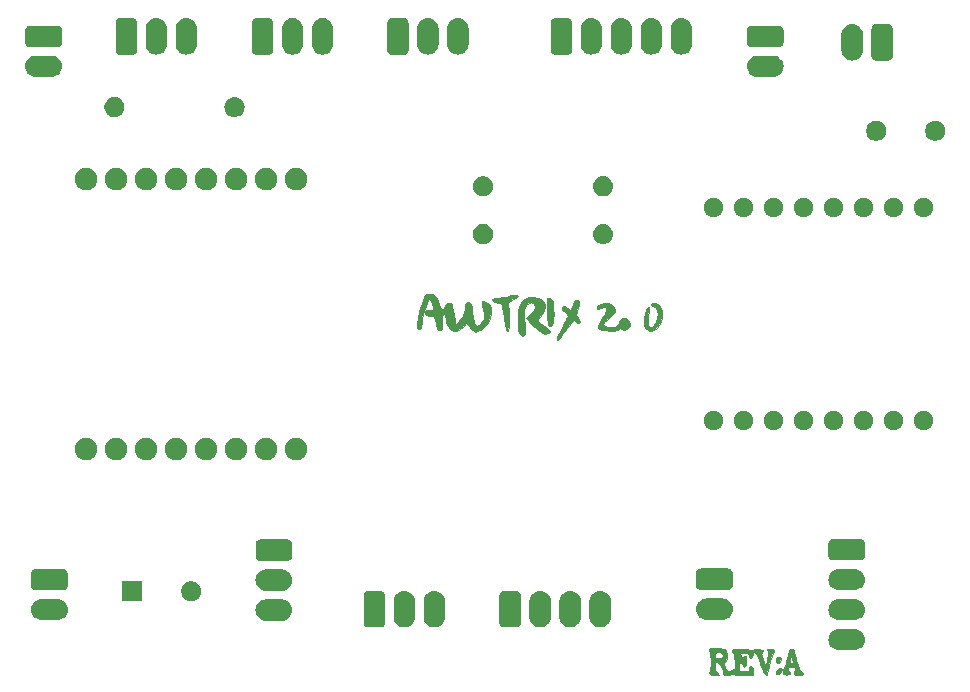
<source format=gbr>
%TF.GenerationSoftware,KiCad,Pcbnew,(5.1.4)-1*%
%TF.CreationDate,2020-08-23T14:24:33+08:00*%
%TF.ProjectId,Integrated-Control-Board-RevA,496e7465-6772-4617-9465-642d436f6e74,rev?*%
%TF.SameCoordinates,Original*%
%TF.FileFunction,Soldermask,Top*%
%TF.FilePolarity,Negative*%
%FSLAX46Y46*%
G04 Gerber Fmt 4.6, Leading zero omitted, Abs format (unit mm)*
G04 Created by KiCad (PCBNEW (5.1.4)-1) date 2020-08-23 14:24:33*
%MOMM*%
%LPD*%
G04 APERTURE LIST*
%ADD10C,0.010000*%
%ADD11C,0.350000*%
G04 APERTURE END LIST*
D10*
G36*
X228863994Y-129561762D02*
G01*
X228900738Y-129703035D01*
X228817600Y-129936867D01*
X228813688Y-129944233D01*
X228689543Y-130087491D01*
X228571078Y-130078753D01*
X228510516Y-129985946D01*
X228485513Y-129756012D01*
X228581990Y-129586388D01*
X228711698Y-129530612D01*
X228863994Y-129561762D01*
X228863994Y-129561762D01*
G37*
X228863994Y-129561762D02*
X228900738Y-129703035D01*
X228817600Y-129936867D01*
X228813688Y-129944233D01*
X228689543Y-130087491D01*
X228571078Y-130078753D01*
X228510516Y-129985946D01*
X228485513Y-129756012D01*
X228581990Y-129586388D01*
X228711698Y-129530612D01*
X228863994Y-129561762D01*
G36*
X228981115Y-130562823D02*
G01*
X228936514Y-130764996D01*
X228827874Y-130940589D01*
X228684238Y-131029289D01*
X228557353Y-131004335D01*
X228532312Y-130974048D01*
X228511809Y-130804022D01*
X228590530Y-130615026D01*
X228732198Y-130489647D01*
X228747522Y-130484074D01*
X228922394Y-130465135D01*
X228981115Y-130562823D01*
X228981115Y-130562823D01*
G37*
X228981115Y-130562823D02*
X228936514Y-130764996D01*
X228827874Y-130940589D01*
X228684238Y-131029289D01*
X228557353Y-131004335D01*
X228532312Y-130974048D01*
X228511809Y-130804022D01*
X228590530Y-130615026D01*
X228732198Y-130489647D01*
X228747522Y-130484074D01*
X228922394Y-130465135D01*
X228981115Y-130562823D01*
G36*
X229979090Y-128903233D02*
G01*
X230004065Y-128986167D01*
X230027384Y-129131765D01*
X230087812Y-129392453D01*
X230174081Y-129721048D01*
X230211322Y-129854000D01*
X230343441Y-130267207D01*
X230470195Y-130545992D01*
X230607674Y-130723904D01*
X230643384Y-130754787D01*
X230780095Y-130900178D01*
X230817138Y-131018555D01*
X230812130Y-131029954D01*
X230694301Y-131089787D01*
X230482770Y-131115661D01*
X230250484Y-131103644D01*
X230107834Y-131067927D01*
X230016274Y-130954567D01*
X230017929Y-130779365D01*
X230096223Y-130640311D01*
X230152940Y-130509524D01*
X230065041Y-130408521D01*
X229857188Y-130362606D01*
X229825013Y-130362000D01*
X229614531Y-130410234D01*
X229510276Y-130527340D01*
X229535881Y-130671924D01*
X229607244Y-130743411D01*
X229737470Y-130882620D01*
X229707423Y-130982909D01*
X229523635Y-131034512D01*
X229409334Y-131039334D01*
X229190334Y-131026888D01*
X229093731Y-130972101D01*
X229073360Y-130848834D01*
X229126669Y-130627470D01*
X229200360Y-130493985D01*
X229300704Y-130281602D01*
X229324667Y-130135929D01*
X229350557Y-129957602D01*
X229360506Y-129917013D01*
X229703879Y-129917013D01*
X229714265Y-130037246D01*
X229817489Y-130100257D01*
X229944196Y-130094904D01*
X230002000Y-130028845D01*
X229972878Y-129899218D01*
X229906670Y-129711345D01*
X229811339Y-129473000D01*
X229740938Y-129719746D01*
X229703879Y-129917013D01*
X229360506Y-129917013D01*
X229418193Y-129681679D01*
X229505912Y-129390111D01*
X229621607Y-129076346D01*
X229722132Y-128901811D01*
X229824105Y-128839415D01*
X229844579Y-128838000D01*
X229979090Y-128903233D01*
X229979090Y-128903233D01*
G37*
X229979090Y-128903233D02*
X230004065Y-128986167D01*
X230027384Y-129131765D01*
X230087812Y-129392453D01*
X230174081Y-129721048D01*
X230211322Y-129854000D01*
X230343441Y-130267207D01*
X230470195Y-130545992D01*
X230607674Y-130723904D01*
X230643384Y-130754787D01*
X230780095Y-130900178D01*
X230817138Y-131018555D01*
X230812130Y-131029954D01*
X230694301Y-131089787D01*
X230482770Y-131115661D01*
X230250484Y-131103644D01*
X230107834Y-131067927D01*
X230016274Y-130954567D01*
X230017929Y-130779365D01*
X230096223Y-130640311D01*
X230152940Y-130509524D01*
X230065041Y-130408521D01*
X229857188Y-130362606D01*
X229825013Y-130362000D01*
X229614531Y-130410234D01*
X229510276Y-130527340D01*
X229535881Y-130671924D01*
X229607244Y-130743411D01*
X229737470Y-130882620D01*
X229707423Y-130982909D01*
X229523635Y-131034512D01*
X229409334Y-131039334D01*
X229190334Y-131026888D01*
X229093731Y-130972101D01*
X229073360Y-130848834D01*
X229126669Y-130627470D01*
X229200360Y-130493985D01*
X229300704Y-130281602D01*
X229324667Y-130135929D01*
X229350557Y-129957602D01*
X229360506Y-129917013D01*
X229703879Y-129917013D01*
X229714265Y-130037246D01*
X229817489Y-130100257D01*
X229944196Y-130094904D01*
X230002000Y-130028845D01*
X229972878Y-129899218D01*
X229906670Y-129711345D01*
X229811339Y-129473000D01*
X229740938Y-129719746D01*
X229703879Y-129917013D01*
X229360506Y-129917013D01*
X229418193Y-129681679D01*
X229505912Y-129390111D01*
X229621607Y-129076346D01*
X229722132Y-128901811D01*
X229824105Y-128839415D01*
X229844579Y-128838000D01*
X229979090Y-128903233D01*
G36*
X228168482Y-128868192D02*
G01*
X228326068Y-128936551D01*
X228381214Y-129020846D01*
X228346193Y-129070834D01*
X228245435Y-129203130D01*
X228139680Y-129467165D01*
X228024484Y-129876016D01*
X227921778Y-130319667D01*
X227845946Y-130643239D01*
X227774867Y-130902582D01*
X227721100Y-131053041D01*
X227710879Y-131069551D01*
X227626821Y-131061152D01*
X227519472Y-130942551D01*
X227432831Y-130769541D01*
X227316833Y-130488548D01*
X227193200Y-130153038D01*
X227163226Y-130065667D01*
X227036369Y-129726769D01*
X226903700Y-129431741D01*
X226789400Y-129233046D01*
X226766099Y-129204101D01*
X226648195Y-129021325D01*
X226681921Y-128905955D01*
X226860752Y-128864898D01*
X227068522Y-128884032D01*
X227329875Y-128933768D01*
X227444680Y-128981626D01*
X227434630Y-129044915D01*
X227356768Y-129114042D01*
X227288285Y-129185676D01*
X227269149Y-129286167D01*
X227301458Y-129459224D01*
X227387186Y-129748167D01*
X227481821Y-130017802D01*
X227568279Y-130208418D01*
X227625713Y-130277334D01*
X227685087Y-130201301D01*
X227743628Y-130007467D01*
X227793735Y-129747228D01*
X227827811Y-129471983D01*
X227838256Y-129233127D01*
X227817471Y-129082058D01*
X227805289Y-129062756D01*
X227720638Y-128928708D01*
X227794070Y-128854807D01*
X227948834Y-128839297D01*
X228168482Y-128868192D01*
X228168482Y-128868192D01*
G37*
X228168482Y-128868192D02*
X228326068Y-128936551D01*
X228381214Y-129020846D01*
X228346193Y-129070834D01*
X228245435Y-129203130D01*
X228139680Y-129467165D01*
X228024484Y-129876016D01*
X227921778Y-130319667D01*
X227845946Y-130643239D01*
X227774867Y-130902582D01*
X227721100Y-131053041D01*
X227710879Y-131069551D01*
X227626821Y-131061152D01*
X227519472Y-130942551D01*
X227432831Y-130769541D01*
X227316833Y-130488548D01*
X227193200Y-130153038D01*
X227163226Y-130065667D01*
X227036369Y-129726769D01*
X226903700Y-129431741D01*
X226789400Y-129233046D01*
X226766099Y-129204101D01*
X226648195Y-129021325D01*
X226681921Y-128905955D01*
X226860752Y-128864898D01*
X227068522Y-128884032D01*
X227329875Y-128933768D01*
X227444680Y-128981626D01*
X227434630Y-129044915D01*
X227356768Y-129114042D01*
X227288285Y-129185676D01*
X227269149Y-129286167D01*
X227301458Y-129459224D01*
X227387186Y-129748167D01*
X227481821Y-130017802D01*
X227568279Y-130208418D01*
X227625713Y-130277334D01*
X227685087Y-130201301D01*
X227743628Y-130007467D01*
X227793735Y-129747228D01*
X227827811Y-129471983D01*
X227838256Y-129233127D01*
X227817471Y-129082058D01*
X227805289Y-129062756D01*
X227720638Y-128928708D01*
X227794070Y-128854807D01*
X227948834Y-128839297D01*
X228168482Y-128868192D01*
G36*
X223410765Y-128795149D02*
G01*
X223457955Y-128796827D01*
X223804873Y-128816488D01*
X224026499Y-128852119D01*
X224166819Y-128915271D01*
X224262288Y-129008070D01*
X224395741Y-129296333D01*
X224379619Y-129613954D01*
X224241793Y-129880757D01*
X224133382Y-130042898D01*
X224119224Y-130183858D01*
X224190715Y-130389585D01*
X224190821Y-130389839D01*
X224312939Y-130633258D01*
X224441767Y-130737593D01*
X224623946Y-130728316D01*
X224742941Y-130691370D01*
X225006667Y-130599435D01*
X225006667Y-129927727D01*
X224998905Y-129568846D01*
X224972021Y-129348116D01*
X224920616Y-129234913D01*
X224879667Y-129207285D01*
X224765146Y-129099018D01*
X224785243Y-128963562D01*
X224883480Y-128890586D01*
X225023188Y-128873825D01*
X225284742Y-128871904D01*
X225621325Y-128884632D01*
X225772480Y-128894206D01*
X226530667Y-128948023D01*
X226530667Y-129274012D01*
X226515259Y-129490480D01*
X226453568Y-129583863D01*
X226361334Y-129600000D01*
X226228549Y-129550391D01*
X226192000Y-129388334D01*
X226176695Y-129258844D01*
X226100839Y-129196758D01*
X225919519Y-129177701D01*
X225801942Y-129176667D01*
X225564649Y-129186560D01*
X225462353Y-129225107D01*
X225461413Y-129305611D01*
X225463275Y-129310592D01*
X225510108Y-129511145D01*
X225514667Y-129577714D01*
X225529782Y-129662702D01*
X225602486Y-129629171D01*
X225669500Y-129570789D01*
X225849573Y-129441962D01*
X225959340Y-129455011D01*
X226007161Y-129617332D01*
X226005925Y-129868512D01*
X225966419Y-130137976D01*
X225896288Y-130309267D01*
X225813436Y-130362175D01*
X225735767Y-130276487D01*
X225710865Y-130201587D01*
X225604167Y-130053863D01*
X225499924Y-130023334D01*
X225397382Y-130047274D01*
X225356637Y-130148460D01*
X225360760Y-130370937D01*
X225361632Y-130383167D01*
X225387667Y-130743000D01*
X225811000Y-130743000D01*
X226063087Y-130736102D01*
X226192467Y-130699030D01*
X226245671Y-130607223D01*
X226261609Y-130505135D01*
X226318769Y-130326195D01*
X226422945Y-130293469D01*
X226509120Y-130384869D01*
X226573513Y-130577167D01*
X226605182Y-130802274D01*
X226593183Y-130992100D01*
X226547915Y-131071007D01*
X226437150Y-131084514D01*
X226196180Y-131084892D01*
X225863575Y-131072750D01*
X225574939Y-131055639D01*
X225178973Y-131036635D01*
X224825948Y-131034342D01*
X224562614Y-131048283D01*
X224457804Y-131067066D01*
X224213018Y-131081715D01*
X224044570Y-130959837D01*
X223986600Y-130753800D01*
X223934250Y-130491537D01*
X223810966Y-130233021D01*
X223650782Y-130034584D01*
X223503377Y-129953945D01*
X223389246Y-129953180D01*
X223333066Y-130020562D01*
X223314668Y-130196610D01*
X223313334Y-130335745D01*
X223331820Y-130613907D01*
X223398574Y-130777150D01*
X223482667Y-130850351D01*
X223615080Y-130964818D01*
X223652000Y-131040051D01*
X223579781Y-131099421D01*
X223401652Y-131115784D01*
X223175405Y-131089435D01*
X222995834Y-131036695D01*
X222832166Y-130934197D01*
X222831542Y-130810862D01*
X222905006Y-130719528D01*
X222954552Y-130585075D01*
X222985437Y-130334124D01*
X222997859Y-130018458D01*
X222992015Y-129689859D01*
X222968105Y-129400110D01*
X222959692Y-129360009D01*
X223329567Y-129360009D01*
X223349181Y-129549864D01*
X223456567Y-129625354D01*
X223678432Y-129668356D01*
X223826788Y-129640860D01*
X223953318Y-129557610D01*
X224058611Y-129462830D01*
X224049661Y-129384613D01*
X223918229Y-129261832D01*
X223912834Y-129257267D01*
X223679581Y-129123494D01*
X223482749Y-129124932D01*
X223355684Y-129255706D01*
X223329567Y-129360009D01*
X222959692Y-129360009D01*
X222926328Y-129200992D01*
X222898991Y-129151791D01*
X222815007Y-128988138D01*
X222805334Y-128915537D01*
X222826443Y-128843615D01*
X222912078Y-128803634D01*
X223095699Y-128789507D01*
X223410765Y-128795149D01*
X223410765Y-128795149D01*
G37*
X223410765Y-128795149D02*
X223457955Y-128796827D01*
X223804873Y-128816488D01*
X224026499Y-128852119D01*
X224166819Y-128915271D01*
X224262288Y-129008070D01*
X224395741Y-129296333D01*
X224379619Y-129613954D01*
X224241793Y-129880757D01*
X224133382Y-130042898D01*
X224119224Y-130183858D01*
X224190715Y-130389585D01*
X224190821Y-130389839D01*
X224312939Y-130633258D01*
X224441767Y-130737593D01*
X224623946Y-130728316D01*
X224742941Y-130691370D01*
X225006667Y-130599435D01*
X225006667Y-129927727D01*
X224998905Y-129568846D01*
X224972021Y-129348116D01*
X224920616Y-129234913D01*
X224879667Y-129207285D01*
X224765146Y-129099018D01*
X224785243Y-128963562D01*
X224883480Y-128890586D01*
X225023188Y-128873825D01*
X225284742Y-128871904D01*
X225621325Y-128884632D01*
X225772480Y-128894206D01*
X226530667Y-128948023D01*
X226530667Y-129274012D01*
X226515259Y-129490480D01*
X226453568Y-129583863D01*
X226361334Y-129600000D01*
X226228549Y-129550391D01*
X226192000Y-129388334D01*
X226176695Y-129258844D01*
X226100839Y-129196758D01*
X225919519Y-129177701D01*
X225801942Y-129176667D01*
X225564649Y-129186560D01*
X225462353Y-129225107D01*
X225461413Y-129305611D01*
X225463275Y-129310592D01*
X225510108Y-129511145D01*
X225514667Y-129577714D01*
X225529782Y-129662702D01*
X225602486Y-129629171D01*
X225669500Y-129570789D01*
X225849573Y-129441962D01*
X225959340Y-129455011D01*
X226007161Y-129617332D01*
X226005925Y-129868512D01*
X225966419Y-130137976D01*
X225896288Y-130309267D01*
X225813436Y-130362175D01*
X225735767Y-130276487D01*
X225710865Y-130201587D01*
X225604167Y-130053863D01*
X225499924Y-130023334D01*
X225397382Y-130047274D01*
X225356637Y-130148460D01*
X225360760Y-130370937D01*
X225361632Y-130383167D01*
X225387667Y-130743000D01*
X225811000Y-130743000D01*
X226063087Y-130736102D01*
X226192467Y-130699030D01*
X226245671Y-130607223D01*
X226261609Y-130505135D01*
X226318769Y-130326195D01*
X226422945Y-130293469D01*
X226509120Y-130384869D01*
X226573513Y-130577167D01*
X226605182Y-130802274D01*
X226593183Y-130992100D01*
X226547915Y-131071007D01*
X226437150Y-131084514D01*
X226196180Y-131084892D01*
X225863575Y-131072750D01*
X225574939Y-131055639D01*
X225178973Y-131036635D01*
X224825948Y-131034342D01*
X224562614Y-131048283D01*
X224457804Y-131067066D01*
X224213018Y-131081715D01*
X224044570Y-130959837D01*
X223986600Y-130753800D01*
X223934250Y-130491537D01*
X223810966Y-130233021D01*
X223650782Y-130034584D01*
X223503377Y-129953945D01*
X223389246Y-129953180D01*
X223333066Y-130020562D01*
X223314668Y-130196610D01*
X223313334Y-130335745D01*
X223331820Y-130613907D01*
X223398574Y-130777150D01*
X223482667Y-130850351D01*
X223615080Y-130964818D01*
X223652000Y-131040051D01*
X223579781Y-131099421D01*
X223401652Y-131115784D01*
X223175405Y-131089435D01*
X222995834Y-131036695D01*
X222832166Y-130934197D01*
X222831542Y-130810862D01*
X222905006Y-130719528D01*
X222954552Y-130585075D01*
X222985437Y-130334124D01*
X222997859Y-130018458D01*
X222992015Y-129689859D01*
X222968105Y-129400110D01*
X222959692Y-129360009D01*
X223329567Y-129360009D01*
X223349181Y-129549864D01*
X223456567Y-129625354D01*
X223678432Y-129668356D01*
X223826788Y-129640860D01*
X223953318Y-129557610D01*
X224058611Y-129462830D01*
X224049661Y-129384613D01*
X223918229Y-129261832D01*
X223912834Y-129257267D01*
X223679581Y-129123494D01*
X223482749Y-129124932D01*
X223355684Y-129255706D01*
X223329567Y-129360009D01*
X222959692Y-129360009D01*
X222926328Y-129200992D01*
X222898991Y-129151791D01*
X222815007Y-128988138D01*
X222805334Y-128915537D01*
X222826443Y-128843615D01*
X222912078Y-128803634D01*
X223095699Y-128789507D01*
X223410765Y-128795149D01*
G36*
X209468591Y-99202415D02*
G01*
X209558203Y-99286336D01*
X209617852Y-99454944D01*
X209653700Y-99731752D01*
X209671912Y-100140273D01*
X209676894Y-100453900D01*
X209672093Y-100905399D01*
X209642483Y-101212475D01*
X209581071Y-101399100D01*
X209480865Y-101489242D01*
X209369409Y-101508000D01*
X209246261Y-101439386D01*
X209195854Y-101359833D01*
X209172010Y-101219993D01*
X209152550Y-100950223D01*
X209139534Y-100589912D01*
X209135011Y-100195667D01*
X209135000Y-99179667D01*
X209342849Y-99179667D01*
X209468591Y-99202415D01*
X209468591Y-99202415D01*
G37*
X209468591Y-99202415D02*
X209558203Y-99286336D01*
X209617852Y-99454944D01*
X209653700Y-99731752D01*
X209671912Y-100140273D01*
X209676894Y-100453900D01*
X209672093Y-100905399D01*
X209642483Y-101212475D01*
X209581071Y-101399100D01*
X209480865Y-101489242D01*
X209369409Y-101508000D01*
X209246261Y-101439386D01*
X209195854Y-101359833D01*
X209172010Y-101219993D01*
X209152550Y-100950223D01*
X209139534Y-100589912D01*
X209135011Y-100195667D01*
X209135000Y-99179667D01*
X209342849Y-99179667D01*
X209468591Y-99202415D01*
G36*
X214230919Y-99620180D02*
G01*
X214503596Y-99699303D01*
X214705502Y-99845058D01*
X214769156Y-99951722D01*
X214841855Y-100219755D01*
X214805023Y-100407366D01*
X214667392Y-100556329D01*
X214257569Y-100900378D01*
X213988539Y-101162902D01*
X213858340Y-101353451D01*
X213865011Y-101481575D01*
X214006589Y-101556825D01*
X214281114Y-101588752D01*
X214454758Y-101591510D01*
X214815686Y-101573538D01*
X215042745Y-101512516D01*
X215169055Y-101393471D01*
X215219987Y-101245564D01*
X215328879Y-101024442D01*
X215519158Y-100880190D01*
X215735671Y-100844270D01*
X215851408Y-100885390D01*
X215992152Y-101024576D01*
X216105615Y-101202820D01*
X216173102Y-101394532D01*
X216134069Y-101554008D01*
X216082497Y-101639511D01*
X215902490Y-101792204D01*
X215667015Y-101851178D01*
X215448794Y-101803978D01*
X215388278Y-101758412D01*
X215276211Y-101728850D01*
X215191645Y-101800745D01*
X215047609Y-101871128D01*
X214788285Y-101913956D01*
X214465955Y-101926037D01*
X214132903Y-101904179D01*
X213961000Y-101875882D01*
X213733238Y-101827552D01*
X213601167Y-101799424D01*
X213457137Y-101725772D01*
X213422743Y-101579783D01*
X213500897Y-101347231D01*
X213694508Y-101013890D01*
X213791667Y-100868471D01*
X214022529Y-100489599D01*
X214144577Y-100195171D01*
X214159446Y-99996040D01*
X214068774Y-99903058D01*
X213874196Y-99927077D01*
X213664667Y-100026333D01*
X213454588Y-100129865D01*
X213353440Y-100125104D01*
X213336018Y-100007106D01*
X213341278Y-99962903D01*
X213442652Y-99779052D01*
X213655009Y-99660410D01*
X213932911Y-99607335D01*
X214230919Y-99620180D01*
X214230919Y-99620180D01*
G37*
X214230919Y-99620180D02*
X214503596Y-99699303D01*
X214705502Y-99845058D01*
X214769156Y-99951722D01*
X214841855Y-100219755D01*
X214805023Y-100407366D01*
X214667392Y-100556329D01*
X214257569Y-100900378D01*
X213988539Y-101162902D01*
X213858340Y-101353451D01*
X213865011Y-101481575D01*
X214006589Y-101556825D01*
X214281114Y-101588752D01*
X214454758Y-101591510D01*
X214815686Y-101573538D01*
X215042745Y-101512516D01*
X215169055Y-101393471D01*
X215219987Y-101245564D01*
X215328879Y-101024442D01*
X215519158Y-100880190D01*
X215735671Y-100844270D01*
X215851408Y-100885390D01*
X215992152Y-101024576D01*
X216105615Y-101202820D01*
X216173102Y-101394532D01*
X216134069Y-101554008D01*
X216082497Y-101639511D01*
X215902490Y-101792204D01*
X215667015Y-101851178D01*
X215448794Y-101803978D01*
X215388278Y-101758412D01*
X215276211Y-101728850D01*
X215191645Y-101800745D01*
X215047609Y-101871128D01*
X214788285Y-101913956D01*
X214465955Y-101926037D01*
X214132903Y-101904179D01*
X213961000Y-101875882D01*
X213733238Y-101827552D01*
X213601167Y-101799424D01*
X213457137Y-101725772D01*
X213422743Y-101579783D01*
X213500897Y-101347231D01*
X213694508Y-101013890D01*
X213791667Y-100868471D01*
X214022529Y-100489599D01*
X214144577Y-100195171D01*
X214159446Y-99996040D01*
X214068774Y-99903058D01*
X213874196Y-99927077D01*
X213664667Y-100026333D01*
X213454588Y-100129865D01*
X213353440Y-100125104D01*
X213336018Y-100007106D01*
X213341278Y-99962903D01*
X213442652Y-99779052D01*
X213655009Y-99660410D01*
X213932911Y-99607335D01*
X214230919Y-99620180D01*
G36*
X218319123Y-99602514D02*
G01*
X218602994Y-99742044D01*
X218791269Y-99998050D01*
X218879307Y-100344177D01*
X218862472Y-100754072D01*
X218736123Y-101201380D01*
X218638276Y-101415709D01*
X218421461Y-101720642D01*
X218160528Y-101908114D01*
X217888360Y-101958573D01*
X217771000Y-101931376D01*
X217584418Y-101818581D01*
X217443422Y-101690691D01*
X217346286Y-101483935D01*
X217309716Y-101183501D01*
X217326477Y-100836034D01*
X217389334Y-100488180D01*
X217491052Y-100186583D01*
X217624396Y-99977890D01*
X217718693Y-99915965D01*
X217791584Y-99925643D01*
X217797460Y-100046982D01*
X217776724Y-100163713D01*
X217679827Y-100739633D01*
X217657970Y-101169554D01*
X217711535Y-101459466D01*
X217840905Y-101615358D01*
X217870453Y-101628958D01*
X218049618Y-101615495D01*
X218223902Y-101454216D01*
X218375895Y-101166177D01*
X218453867Y-100923363D01*
X218514467Y-100486190D01*
X218441352Y-100149465D01*
X218232872Y-99907651D01*
X218133092Y-99847222D01*
X217971754Y-99726139D01*
X217962059Y-99629772D01*
X218086322Y-99581385D01*
X218319123Y-99602514D01*
X218319123Y-99602514D01*
G37*
X218319123Y-99602514D02*
X218602994Y-99742044D01*
X218791269Y-99998050D01*
X218879307Y-100344177D01*
X218862472Y-100754072D01*
X218736123Y-101201380D01*
X218638276Y-101415709D01*
X218421461Y-101720642D01*
X218160528Y-101908114D01*
X217888360Y-101958573D01*
X217771000Y-101931376D01*
X217584418Y-101818581D01*
X217443422Y-101690691D01*
X217346286Y-101483935D01*
X217309716Y-101183501D01*
X217326477Y-100836034D01*
X217389334Y-100488180D01*
X217491052Y-100186583D01*
X217624396Y-99977890D01*
X217718693Y-99915965D01*
X217791584Y-99925643D01*
X217797460Y-100046982D01*
X217776724Y-100163713D01*
X217679827Y-100739633D01*
X217657970Y-101169554D01*
X217711535Y-101459466D01*
X217840905Y-101615358D01*
X217870453Y-101628958D01*
X218049618Y-101615495D01*
X218223902Y-101454216D01*
X218375895Y-101166177D01*
X218453867Y-100923363D01*
X218514467Y-100486190D01*
X218441352Y-100149465D01*
X218232872Y-99907651D01*
X218133092Y-99847222D01*
X217971754Y-99726139D01*
X217962059Y-99629772D01*
X218086322Y-99581385D01*
X218319123Y-99602514D01*
G36*
X206574337Y-98905066D02*
G01*
X206637333Y-98968025D01*
X206568979Y-99051912D01*
X206392438Y-99180248D01*
X206216120Y-99285525D01*
X205943535Y-99462697D01*
X205832947Y-99602855D01*
X205833585Y-99645333D01*
X205863659Y-99828281D01*
X205884057Y-100120680D01*
X205895039Y-100482607D01*
X205896867Y-100874140D01*
X205889801Y-101255359D01*
X205874102Y-101586341D01*
X205850030Y-101827166D01*
X205818616Y-101937182D01*
X205742998Y-101963852D01*
X205675626Y-101857962D01*
X205627978Y-101708651D01*
X205543488Y-101346112D01*
X205453302Y-100852022D01*
X205363927Y-100263723D01*
X205323737Y-99962833D01*
X205285282Y-99720600D01*
X205227522Y-99602456D01*
X205114406Y-99563986D01*
X204997328Y-99560667D01*
X204749555Y-99522303D01*
X204558015Y-99435275D01*
X204449625Y-99331438D01*
X204477408Y-99256747D01*
X204520667Y-99224905D01*
X204676572Y-99174020D01*
X204928689Y-99141016D01*
X205071000Y-99134913D01*
X205406238Y-99105448D01*
X205738210Y-99037627D01*
X205833000Y-99007892D01*
X206129885Y-98923587D01*
X206391166Y-98888610D01*
X206574337Y-98905066D01*
X206574337Y-98905066D01*
G37*
X206574337Y-98905066D02*
X206637333Y-98968025D01*
X206568979Y-99051912D01*
X206392438Y-99180248D01*
X206216120Y-99285525D01*
X205943535Y-99462697D01*
X205832947Y-99602855D01*
X205833585Y-99645333D01*
X205863659Y-99828281D01*
X205884057Y-100120680D01*
X205895039Y-100482607D01*
X205896867Y-100874140D01*
X205889801Y-101255359D01*
X205874102Y-101586341D01*
X205850030Y-101827166D01*
X205818616Y-101937182D01*
X205742998Y-101963852D01*
X205675626Y-101857962D01*
X205627978Y-101708651D01*
X205543488Y-101346112D01*
X205453302Y-100852022D01*
X205363927Y-100263723D01*
X205323737Y-99962833D01*
X205285282Y-99720600D01*
X205227522Y-99602456D01*
X205114406Y-99563986D01*
X204997328Y-99560667D01*
X204749555Y-99522303D01*
X204558015Y-99435275D01*
X204449625Y-99331438D01*
X204477408Y-99256747D01*
X204520667Y-99224905D01*
X204676572Y-99174020D01*
X204928689Y-99141016D01*
X205071000Y-99134913D01*
X205406238Y-99105448D01*
X205738210Y-99037627D01*
X205833000Y-99007892D01*
X206129885Y-98923587D01*
X206391166Y-98888610D01*
X206574337Y-98905066D01*
G36*
X199434614Y-98858871D02*
G01*
X199689748Y-99047584D01*
X199876937Y-99376959D01*
X199985118Y-99748723D01*
X200080287Y-99953036D01*
X200201720Y-100068160D01*
X200319650Y-100105646D01*
X200405352Y-100039402D01*
X200492734Y-99858937D01*
X200613345Y-99646896D01*
X200761051Y-99565405D01*
X200824168Y-99560667D01*
X200923924Y-99567601D01*
X200997035Y-99606358D01*
X201053565Y-99703866D01*
X201103580Y-99887053D01*
X201157141Y-100182848D01*
X201224316Y-100618179D01*
X201227622Y-100640167D01*
X201294203Y-101017468D01*
X201364553Y-101239771D01*
X201451817Y-101321153D01*
X201569139Y-101275690D01*
X201702004Y-101148167D01*
X202004877Y-100696197D01*
X202169019Y-100172724D01*
X202191844Y-99941667D01*
X202212214Y-99682055D01*
X202261631Y-99548039D01*
X202357920Y-99496250D01*
X202376238Y-99493081D01*
X202545412Y-99512968D01*
X202665383Y-99643770D01*
X202745503Y-99904240D01*
X202795124Y-100313130D01*
X202796880Y-100336541D01*
X202852086Y-100864005D01*
X202931649Y-101230072D01*
X203040887Y-101441603D01*
X203185118Y-101505460D01*
X203369661Y-101428505D01*
X203533398Y-101286844D01*
X203753580Y-100953394D01*
X203823896Y-100551520D01*
X203741997Y-100095942D01*
X203729368Y-100059216D01*
X203624142Y-99723192D01*
X203598184Y-99514951D01*
X203652087Y-99412328D01*
X203747248Y-99391333D01*
X203986710Y-99466032D01*
X204209888Y-99657164D01*
X204366470Y-99915286D01*
X204400575Y-100033383D01*
X204404344Y-100431211D01*
X204294482Y-100861090D01*
X204095145Y-101275204D01*
X203830489Y-101625741D01*
X203524669Y-101864887D01*
X203459803Y-101895513D01*
X203232870Y-101983677D01*
X203084853Y-102005367D01*
X202939589Y-101962116D01*
X202827333Y-101908250D01*
X202653568Y-101764497D01*
X202489845Y-101541064D01*
X202459641Y-101484311D01*
X202303615Y-101165624D01*
X202058253Y-101504337D01*
X201800773Y-101780967D01*
X201515048Y-101910700D01*
X201169537Y-101916777D01*
X200930147Y-101807055D01*
X200739633Y-101550578D01*
X200609064Y-101165652D01*
X200568852Y-100923505D01*
X200530883Y-100679988D01*
X200489033Y-100524120D01*
X200466040Y-100493296D01*
X200332693Y-100535504D01*
X200253530Y-100671030D01*
X200220370Y-100925503D01*
X200222339Y-101257010D01*
X200227635Y-101591372D01*
X200210135Y-101789908D01*
X200164607Y-101885213D01*
X200118000Y-101907150D01*
X199927369Y-101886707D01*
X199799608Y-101731952D01*
X199726115Y-101430115D01*
X199713109Y-101305915D01*
X199670745Y-100982975D01*
X199588281Y-100791178D01*
X199432848Y-100692490D01*
X199171580Y-100648876D01*
X199143260Y-100646475D01*
X198924362Y-100615141D01*
X198827565Y-100546978D01*
X198805667Y-100408550D01*
X198805667Y-100407333D01*
X198824936Y-100272604D01*
X198913364Y-100204660D01*
X199116878Y-100173480D01*
X199169597Y-100169432D01*
X199394241Y-100144471D01*
X199487691Y-100095765D01*
X199488069Y-99997062D01*
X199476955Y-99957765D01*
X199359630Y-99622174D01*
X199242310Y-99370291D01*
X199141732Y-99235587D01*
X199109055Y-99222000D01*
X199039223Y-99299165D01*
X198947565Y-99506846D01*
X198844480Y-99809319D01*
X198740366Y-100170861D01*
X198645623Y-100555747D01*
X198570647Y-100928255D01*
X198529888Y-101211667D01*
X198490672Y-101525158D01*
X198447021Y-101704885D01*
X198385102Y-101786158D01*
X198297667Y-101804333D01*
X198201372Y-101786378D01*
X198154014Y-101705720D01*
X198142885Y-101522173D01*
X198148846Y-101333599D01*
X198196912Y-100901721D01*
X198298040Y-100384618D01*
X198435506Y-99851348D01*
X198592585Y-99370970D01*
X198671125Y-99176997D01*
X198787936Y-98945088D01*
X198899201Y-98833020D01*
X199051667Y-98799574D01*
X199100218Y-98798667D01*
X199434614Y-98858871D01*
X199434614Y-98858871D01*
G37*
X199434614Y-98858871D02*
X199689748Y-99047584D01*
X199876937Y-99376959D01*
X199985118Y-99748723D01*
X200080287Y-99953036D01*
X200201720Y-100068160D01*
X200319650Y-100105646D01*
X200405352Y-100039402D01*
X200492734Y-99858937D01*
X200613345Y-99646896D01*
X200761051Y-99565405D01*
X200824168Y-99560667D01*
X200923924Y-99567601D01*
X200997035Y-99606358D01*
X201053565Y-99703866D01*
X201103580Y-99887053D01*
X201157141Y-100182848D01*
X201224316Y-100618179D01*
X201227622Y-100640167D01*
X201294203Y-101017468D01*
X201364553Y-101239771D01*
X201451817Y-101321153D01*
X201569139Y-101275690D01*
X201702004Y-101148167D01*
X202004877Y-100696197D01*
X202169019Y-100172724D01*
X202191844Y-99941667D01*
X202212214Y-99682055D01*
X202261631Y-99548039D01*
X202357920Y-99496250D01*
X202376238Y-99493081D01*
X202545412Y-99512968D01*
X202665383Y-99643770D01*
X202745503Y-99904240D01*
X202795124Y-100313130D01*
X202796880Y-100336541D01*
X202852086Y-100864005D01*
X202931649Y-101230072D01*
X203040887Y-101441603D01*
X203185118Y-101505460D01*
X203369661Y-101428505D01*
X203533398Y-101286844D01*
X203753580Y-100953394D01*
X203823896Y-100551520D01*
X203741997Y-100095942D01*
X203729368Y-100059216D01*
X203624142Y-99723192D01*
X203598184Y-99514951D01*
X203652087Y-99412328D01*
X203747248Y-99391333D01*
X203986710Y-99466032D01*
X204209888Y-99657164D01*
X204366470Y-99915286D01*
X204400575Y-100033383D01*
X204404344Y-100431211D01*
X204294482Y-100861090D01*
X204095145Y-101275204D01*
X203830489Y-101625741D01*
X203524669Y-101864887D01*
X203459803Y-101895513D01*
X203232870Y-101983677D01*
X203084853Y-102005367D01*
X202939589Y-101962116D01*
X202827333Y-101908250D01*
X202653568Y-101764497D01*
X202489845Y-101541064D01*
X202459641Y-101484311D01*
X202303615Y-101165624D01*
X202058253Y-101504337D01*
X201800773Y-101780967D01*
X201515048Y-101910700D01*
X201169537Y-101916777D01*
X200930147Y-101807055D01*
X200739633Y-101550578D01*
X200609064Y-101165652D01*
X200568852Y-100923505D01*
X200530883Y-100679988D01*
X200489033Y-100524120D01*
X200466040Y-100493296D01*
X200332693Y-100535504D01*
X200253530Y-100671030D01*
X200220370Y-100925503D01*
X200222339Y-101257010D01*
X200227635Y-101591372D01*
X200210135Y-101789908D01*
X200164607Y-101885213D01*
X200118000Y-101907150D01*
X199927369Y-101886707D01*
X199799608Y-101731952D01*
X199726115Y-101430115D01*
X199713109Y-101305915D01*
X199670745Y-100982975D01*
X199588281Y-100791178D01*
X199432848Y-100692490D01*
X199171580Y-100648876D01*
X199143260Y-100646475D01*
X198924362Y-100615141D01*
X198827565Y-100546978D01*
X198805667Y-100408550D01*
X198805667Y-100407333D01*
X198824936Y-100272604D01*
X198913364Y-100204660D01*
X199116878Y-100173480D01*
X199169597Y-100169432D01*
X199394241Y-100144471D01*
X199487691Y-100095765D01*
X199488069Y-99997062D01*
X199476955Y-99957765D01*
X199359630Y-99622174D01*
X199242310Y-99370291D01*
X199141732Y-99235587D01*
X199109055Y-99222000D01*
X199039223Y-99299165D01*
X198947565Y-99506846D01*
X198844480Y-99809319D01*
X198740366Y-100170861D01*
X198645623Y-100555747D01*
X198570647Y-100928255D01*
X198529888Y-101211667D01*
X198490672Y-101525158D01*
X198447021Y-101704885D01*
X198385102Y-101786158D01*
X198297667Y-101804333D01*
X198201372Y-101786378D01*
X198154014Y-101705720D01*
X198142885Y-101522173D01*
X198148846Y-101333599D01*
X198196912Y-100901721D01*
X198298040Y-100384618D01*
X198435506Y-99851348D01*
X198592585Y-99370970D01*
X198671125Y-99176997D01*
X198787936Y-98945088D01*
X198899201Y-98833020D01*
X199051667Y-98799574D01*
X199100218Y-98798667D01*
X199434614Y-98858871D01*
G36*
X208306189Y-99119097D02*
G01*
X208616129Y-99248300D01*
X208821870Y-99445644D01*
X208831852Y-99463266D01*
X208922170Y-99799063D01*
X208879887Y-100172571D01*
X208717262Y-100533819D01*
X208508668Y-100780489D01*
X208378729Y-100920228D01*
X208330667Y-101011153D01*
X208392313Y-101092353D01*
X208550925Y-101241098D01*
X208767014Y-101424668D01*
X209001088Y-101610341D01*
X209213660Y-101765395D01*
X209329310Y-101838636D01*
X209410685Y-101941225D01*
X209358087Y-102052202D01*
X209202786Y-102142968D01*
X208976054Y-102184923D01*
X208950231Y-102185333D01*
X208766277Y-102160983D01*
X208581520Y-102071386D01*
X208353459Y-101891723D01*
X208189473Y-101741088D01*
X207933305Y-101488361D01*
X207705255Y-101245210D01*
X207552913Y-101062475D01*
X207548417Y-101056229D01*
X207377085Y-100815615D01*
X207769209Y-100455606D01*
X208021466Y-100197810D01*
X208137505Y-99997577D01*
X208125786Y-99824483D01*
X207994769Y-99648103D01*
X207993991Y-99647325D01*
X207786963Y-99533496D01*
X207571254Y-99579292D01*
X207366722Y-99777424D01*
X207287762Y-99906501D01*
X207211144Y-100081753D01*
X207172590Y-100275283D01*
X207167284Y-100536936D01*
X207190315Y-100915333D01*
X207229675Y-101429207D01*
X207253265Y-101798832D01*
X207259187Y-102048724D01*
X207245545Y-102203398D01*
X207210439Y-102287371D01*
X207151973Y-102325158D01*
X207080070Y-102339620D01*
X206938114Y-102323967D01*
X206828637Y-102204018D01*
X206751733Y-102043286D01*
X206687865Y-101848205D01*
X206653382Y-101613616D01*
X206645245Y-101297743D01*
X206660413Y-100858813D01*
X206662523Y-100817492D01*
X206704642Y-100281522D01*
X206774630Y-99883568D01*
X206883798Y-99593124D01*
X207043455Y-99379684D01*
X207255277Y-99218572D01*
X207575353Y-99096409D01*
X207942460Y-99065858D01*
X208306189Y-99119097D01*
X208306189Y-99119097D01*
G37*
X208306189Y-99119097D02*
X208616129Y-99248300D01*
X208821870Y-99445644D01*
X208831852Y-99463266D01*
X208922170Y-99799063D01*
X208879887Y-100172571D01*
X208717262Y-100533819D01*
X208508668Y-100780489D01*
X208378729Y-100920228D01*
X208330667Y-101011153D01*
X208392313Y-101092353D01*
X208550925Y-101241098D01*
X208767014Y-101424668D01*
X209001088Y-101610341D01*
X209213660Y-101765395D01*
X209329310Y-101838636D01*
X209410685Y-101941225D01*
X209358087Y-102052202D01*
X209202786Y-102142968D01*
X208976054Y-102184923D01*
X208950231Y-102185333D01*
X208766277Y-102160983D01*
X208581520Y-102071386D01*
X208353459Y-101891723D01*
X208189473Y-101741088D01*
X207933305Y-101488361D01*
X207705255Y-101245210D01*
X207552913Y-101062475D01*
X207548417Y-101056229D01*
X207377085Y-100815615D01*
X207769209Y-100455606D01*
X208021466Y-100197810D01*
X208137505Y-99997577D01*
X208125786Y-99824483D01*
X207994769Y-99648103D01*
X207993991Y-99647325D01*
X207786963Y-99533496D01*
X207571254Y-99579292D01*
X207366722Y-99777424D01*
X207287762Y-99906501D01*
X207211144Y-100081753D01*
X207172590Y-100275283D01*
X207167284Y-100536936D01*
X207190315Y-100915333D01*
X207229675Y-101429207D01*
X207253265Y-101798832D01*
X207259187Y-102048724D01*
X207245545Y-102203398D01*
X207210439Y-102287371D01*
X207151973Y-102325158D01*
X207080070Y-102339620D01*
X206938114Y-102323967D01*
X206828637Y-102204018D01*
X206751733Y-102043286D01*
X206687865Y-101848205D01*
X206653382Y-101613616D01*
X206645245Y-101297743D01*
X206660413Y-100858813D01*
X206662523Y-100817492D01*
X206704642Y-100281522D01*
X206774630Y-99883568D01*
X206883798Y-99593124D01*
X207043455Y-99379684D01*
X207255277Y-99218572D01*
X207575353Y-99096409D01*
X207942460Y-99065858D01*
X208306189Y-99119097D01*
G36*
X211666101Y-99323552D02*
G01*
X211780682Y-99365255D01*
X211823292Y-99478584D01*
X211817458Y-99682881D01*
X211765883Y-99991405D01*
X211677067Y-100287986D01*
X211669981Y-100305403D01*
X211598767Y-100510972D01*
X211613320Y-100651701D01*
X211718023Y-100808440D01*
X211836723Y-100993020D01*
X211886662Y-101137574D01*
X211886667Y-101138418D01*
X211829826Y-101238473D01*
X211699149Y-101236503D01*
X211554398Y-101134523D01*
X211548000Y-101127000D01*
X211429798Y-101020791D01*
X211376309Y-101000000D01*
X211304277Y-101064887D01*
X211156165Y-101241846D01*
X210953142Y-101504325D01*
X210716374Y-101825772D01*
X210701394Y-101846583D01*
X210409607Y-102248007D01*
X210200519Y-102522986D01*
X210061629Y-102685111D01*
X209980436Y-102747974D01*
X209944438Y-102725169D01*
X209939333Y-102675212D01*
X209976999Y-102559307D01*
X210079411Y-102328523D01*
X210230690Y-102016891D01*
X210405000Y-101677333D01*
X210588560Y-101316390D01*
X210738028Y-100999548D01*
X210837356Y-100762411D01*
X210870667Y-100644292D01*
X210801545Y-100507360D01*
X210633459Y-100374006D01*
X210616667Y-100365000D01*
X210436279Y-100217267D01*
X210360324Y-100042560D01*
X210405587Y-99891447D01*
X210447911Y-99856643D01*
X210566876Y-99866035D01*
X210747905Y-99957720D01*
X210778481Y-99978646D01*
X210953850Y-100094801D01*
X211064326Y-100152068D01*
X211071883Y-100153333D01*
X211128856Y-100082364D01*
X211225001Y-99899460D01*
X211303914Y-99725719D01*
X211427681Y-99471253D01*
X211533979Y-99347372D01*
X211651842Y-99321836D01*
X211666101Y-99323552D01*
X211666101Y-99323552D01*
G37*
X211666101Y-99323552D02*
X211780682Y-99365255D01*
X211823292Y-99478584D01*
X211817458Y-99682881D01*
X211765883Y-99991405D01*
X211677067Y-100287986D01*
X211669981Y-100305403D01*
X211598767Y-100510972D01*
X211613320Y-100651701D01*
X211718023Y-100808440D01*
X211836723Y-100993020D01*
X211886662Y-101137574D01*
X211886667Y-101138418D01*
X211829826Y-101238473D01*
X211699149Y-101236503D01*
X211554398Y-101134523D01*
X211548000Y-101127000D01*
X211429798Y-101020791D01*
X211376309Y-101000000D01*
X211304277Y-101064887D01*
X211156165Y-101241846D01*
X210953142Y-101504325D01*
X210716374Y-101825772D01*
X210701394Y-101846583D01*
X210409607Y-102248007D01*
X210200519Y-102522986D01*
X210061629Y-102685111D01*
X209980436Y-102747974D01*
X209944438Y-102725169D01*
X209939333Y-102675212D01*
X209976999Y-102559307D01*
X210079411Y-102328523D01*
X210230690Y-102016891D01*
X210405000Y-101677333D01*
X210588560Y-101316390D01*
X210738028Y-100999548D01*
X210837356Y-100762411D01*
X210870667Y-100644292D01*
X210801545Y-100507360D01*
X210633459Y-100374006D01*
X210616667Y-100365000D01*
X210436279Y-100217267D01*
X210360324Y-100042560D01*
X210405587Y-99891447D01*
X210447911Y-99856643D01*
X210566876Y-99866035D01*
X210747905Y-99957720D01*
X210778481Y-99978646D01*
X210953850Y-100094801D01*
X211064326Y-100152068D01*
X211071883Y-100153333D01*
X211128856Y-100082364D01*
X211225001Y-99899460D01*
X211303914Y-99725719D01*
X211427681Y-99471253D01*
X211533979Y-99347372D01*
X211651842Y-99321836D01*
X211666101Y-99323552D01*
D11*
G36*
X235260443Y-127185519D02*
G01*
X235326627Y-127192037D01*
X235496466Y-127243557D01*
X235652991Y-127327222D01*
X235688729Y-127356552D01*
X235790186Y-127439814D01*
X235873448Y-127541271D01*
X235902778Y-127577009D01*
X235986443Y-127733534D01*
X236037963Y-127903373D01*
X236055359Y-128080000D01*
X236037963Y-128256627D01*
X235986443Y-128426466D01*
X235902778Y-128582991D01*
X235873448Y-128618729D01*
X235790186Y-128720186D01*
X235688729Y-128803448D01*
X235652991Y-128832778D01*
X235496466Y-128916443D01*
X235326627Y-128967963D01*
X235260443Y-128974481D01*
X235194260Y-128981000D01*
X233805740Y-128981000D01*
X233739557Y-128974481D01*
X233673373Y-128967963D01*
X233503534Y-128916443D01*
X233347009Y-128832778D01*
X233311271Y-128803448D01*
X233209814Y-128720186D01*
X233126552Y-128618729D01*
X233097222Y-128582991D01*
X233013557Y-128426466D01*
X232962037Y-128256627D01*
X232944641Y-128080000D01*
X232962037Y-127903373D01*
X233013557Y-127733534D01*
X233097222Y-127577009D01*
X233126552Y-127541271D01*
X233209814Y-127439814D01*
X233311271Y-127356552D01*
X233347009Y-127327222D01*
X233503534Y-127243557D01*
X233673373Y-127192037D01*
X233739557Y-127185519D01*
X233805740Y-127179000D01*
X235194260Y-127179000D01*
X235260443Y-127185519D01*
X235260443Y-127185519D01*
G37*
G36*
X197216626Y-123962037D02*
G01*
X197386465Y-124013557D01*
X197386467Y-124013558D01*
X197542989Y-124097221D01*
X197680186Y-124209814D01*
X197763448Y-124311271D01*
X197792778Y-124347009D01*
X197876443Y-124503534D01*
X197927963Y-124673373D01*
X197927963Y-124673375D01*
X197941000Y-124805740D01*
X197941000Y-126194260D01*
X197938446Y-126220186D01*
X197927963Y-126326627D01*
X197876443Y-126496466D01*
X197792778Y-126652991D01*
X197763728Y-126688388D01*
X197680186Y-126790186D01*
X197578729Y-126873448D01*
X197542991Y-126902778D01*
X197386466Y-126986443D01*
X197216627Y-127037963D01*
X197040000Y-127055359D01*
X196863374Y-127037963D01*
X196693535Y-126986443D01*
X196537010Y-126902778D01*
X196501272Y-126873448D01*
X196399815Y-126790186D01*
X196316273Y-126688388D01*
X196287223Y-126652991D01*
X196203558Y-126496466D01*
X196152038Y-126326627D01*
X196141555Y-126220186D01*
X196139001Y-126194260D01*
X196139000Y-124805741D01*
X196152037Y-124673376D01*
X196152037Y-124673374D01*
X196203557Y-124503535D01*
X196257241Y-124403100D01*
X196287221Y-124347011D01*
X196399814Y-124209814D01*
X196507091Y-124121775D01*
X196537009Y-124097222D01*
X196693534Y-124013557D01*
X196863373Y-123962037D01*
X197040000Y-123944641D01*
X197216626Y-123962037D01*
X197216626Y-123962037D01*
G37*
G36*
X213796626Y-123962037D02*
G01*
X213966465Y-124013557D01*
X213966467Y-124013558D01*
X214122989Y-124097221D01*
X214260186Y-124209814D01*
X214343448Y-124311271D01*
X214372778Y-124347009D01*
X214456443Y-124503534D01*
X214507963Y-124673373D01*
X214507963Y-124673375D01*
X214521000Y-124805740D01*
X214521000Y-126194260D01*
X214518446Y-126220186D01*
X214507963Y-126326627D01*
X214456443Y-126496466D01*
X214372778Y-126652991D01*
X214343728Y-126688388D01*
X214260186Y-126790186D01*
X214158729Y-126873448D01*
X214122991Y-126902778D01*
X213966466Y-126986443D01*
X213796627Y-127037963D01*
X213620000Y-127055359D01*
X213443374Y-127037963D01*
X213273535Y-126986443D01*
X213117010Y-126902778D01*
X213081272Y-126873448D01*
X212979815Y-126790186D01*
X212896273Y-126688388D01*
X212867223Y-126652991D01*
X212783558Y-126496466D01*
X212732038Y-126326627D01*
X212721555Y-126220186D01*
X212719001Y-126194260D01*
X212719000Y-124805741D01*
X212732037Y-124673376D01*
X212732037Y-124673374D01*
X212783557Y-124503535D01*
X212837241Y-124403100D01*
X212867221Y-124347011D01*
X212979814Y-124209814D01*
X213087091Y-124121775D01*
X213117009Y-124097222D01*
X213273534Y-124013557D01*
X213443373Y-123962037D01*
X213620000Y-123944641D01*
X213796626Y-123962037D01*
X213796626Y-123962037D01*
G37*
G36*
X211256626Y-123962037D02*
G01*
X211426465Y-124013557D01*
X211426467Y-124013558D01*
X211582989Y-124097221D01*
X211720186Y-124209814D01*
X211803448Y-124311271D01*
X211832778Y-124347009D01*
X211916443Y-124503534D01*
X211967963Y-124673373D01*
X211967963Y-124673375D01*
X211981000Y-124805740D01*
X211981000Y-126194260D01*
X211978446Y-126220186D01*
X211967963Y-126326627D01*
X211916443Y-126496466D01*
X211832778Y-126652991D01*
X211803728Y-126688388D01*
X211720186Y-126790186D01*
X211618729Y-126873448D01*
X211582991Y-126902778D01*
X211426466Y-126986443D01*
X211256627Y-127037963D01*
X211080000Y-127055359D01*
X210903374Y-127037963D01*
X210733535Y-126986443D01*
X210577010Y-126902778D01*
X210541272Y-126873448D01*
X210439815Y-126790186D01*
X210356273Y-126688388D01*
X210327223Y-126652991D01*
X210243558Y-126496466D01*
X210192038Y-126326627D01*
X210181555Y-126220186D01*
X210179001Y-126194260D01*
X210179000Y-124805741D01*
X210192037Y-124673376D01*
X210192037Y-124673374D01*
X210243557Y-124503535D01*
X210297241Y-124403100D01*
X210327221Y-124347011D01*
X210439814Y-124209814D01*
X210547091Y-124121775D01*
X210577009Y-124097222D01*
X210733534Y-124013557D01*
X210903373Y-123962037D01*
X211080000Y-123944641D01*
X211256626Y-123962037D01*
X211256626Y-123962037D01*
G37*
G36*
X208716626Y-123962037D02*
G01*
X208886465Y-124013557D01*
X208886467Y-124013558D01*
X209042989Y-124097221D01*
X209180186Y-124209814D01*
X209263448Y-124311271D01*
X209292778Y-124347009D01*
X209376443Y-124503534D01*
X209427963Y-124673373D01*
X209427963Y-124673375D01*
X209441000Y-124805740D01*
X209441000Y-126194260D01*
X209438446Y-126220186D01*
X209427963Y-126326627D01*
X209376443Y-126496466D01*
X209292778Y-126652991D01*
X209263728Y-126688388D01*
X209180186Y-126790186D01*
X209078729Y-126873448D01*
X209042991Y-126902778D01*
X208886466Y-126986443D01*
X208716627Y-127037963D01*
X208540000Y-127055359D01*
X208363374Y-127037963D01*
X208193535Y-126986443D01*
X208037010Y-126902778D01*
X208001272Y-126873448D01*
X207899815Y-126790186D01*
X207816273Y-126688388D01*
X207787223Y-126652991D01*
X207703558Y-126496466D01*
X207652038Y-126326627D01*
X207641555Y-126220186D01*
X207639001Y-126194260D01*
X207639000Y-124805741D01*
X207652037Y-124673376D01*
X207652037Y-124673374D01*
X207703557Y-124503535D01*
X207757241Y-124403100D01*
X207787221Y-124347011D01*
X207899814Y-124209814D01*
X208007091Y-124121775D01*
X208037009Y-124097222D01*
X208193534Y-124013557D01*
X208363373Y-123962037D01*
X208540000Y-123944641D01*
X208716626Y-123962037D01*
X208716626Y-123962037D01*
G37*
G36*
X199756626Y-123962037D02*
G01*
X199926465Y-124013557D01*
X199926467Y-124013558D01*
X200082989Y-124097221D01*
X200220186Y-124209814D01*
X200303448Y-124311271D01*
X200332778Y-124347009D01*
X200416443Y-124503534D01*
X200467963Y-124673373D01*
X200467963Y-124673375D01*
X200481000Y-124805740D01*
X200481000Y-126194260D01*
X200478446Y-126220186D01*
X200467963Y-126326627D01*
X200416443Y-126496466D01*
X200332778Y-126652991D01*
X200303728Y-126688388D01*
X200220186Y-126790186D01*
X200118729Y-126873448D01*
X200082991Y-126902778D01*
X199926466Y-126986443D01*
X199756627Y-127037963D01*
X199580000Y-127055359D01*
X199403374Y-127037963D01*
X199233535Y-126986443D01*
X199077010Y-126902778D01*
X199041272Y-126873448D01*
X198939815Y-126790186D01*
X198856273Y-126688388D01*
X198827223Y-126652991D01*
X198743558Y-126496466D01*
X198692038Y-126326627D01*
X198681555Y-126220186D01*
X198679001Y-126194260D01*
X198679000Y-124805741D01*
X198692037Y-124673376D01*
X198692037Y-124673374D01*
X198743557Y-124503535D01*
X198797241Y-124403100D01*
X198827221Y-124347011D01*
X198939814Y-124209814D01*
X199047091Y-124121775D01*
X199077009Y-124097222D01*
X199233534Y-124013557D01*
X199403373Y-123962037D01*
X199580000Y-123944641D01*
X199756626Y-123962037D01*
X199756626Y-123962037D01*
G37*
G36*
X195088578Y-123957048D02*
G01*
X195161249Y-123979093D01*
X195228225Y-124014892D01*
X195286930Y-124063070D01*
X195335108Y-124121775D01*
X195370907Y-124188751D01*
X195392952Y-124261422D01*
X195401000Y-124343140D01*
X195401000Y-126656860D01*
X195392952Y-126738578D01*
X195370907Y-126811249D01*
X195335108Y-126878225D01*
X195286930Y-126936930D01*
X195228225Y-126985108D01*
X195161249Y-127020907D01*
X195088578Y-127042952D01*
X195006860Y-127051000D01*
X193993140Y-127051000D01*
X193911422Y-127042952D01*
X193838751Y-127020907D01*
X193771775Y-126985108D01*
X193713070Y-126936930D01*
X193664892Y-126878225D01*
X193629093Y-126811249D01*
X193607048Y-126738578D01*
X193599000Y-126656860D01*
X193599000Y-124343140D01*
X193607048Y-124261422D01*
X193629093Y-124188751D01*
X193664892Y-124121775D01*
X193713070Y-124063070D01*
X193771775Y-124014892D01*
X193838751Y-123979093D01*
X193911422Y-123957048D01*
X193993140Y-123949000D01*
X195006860Y-123949000D01*
X195088578Y-123957048D01*
X195088578Y-123957048D01*
G37*
G36*
X206588578Y-123957048D02*
G01*
X206661249Y-123979093D01*
X206728225Y-124014892D01*
X206786930Y-124063070D01*
X206835108Y-124121775D01*
X206870907Y-124188751D01*
X206892952Y-124261422D01*
X206901000Y-124343140D01*
X206901000Y-126656860D01*
X206892952Y-126738578D01*
X206870907Y-126811249D01*
X206835108Y-126878225D01*
X206786930Y-126936930D01*
X206728225Y-126985108D01*
X206661249Y-127020907D01*
X206588578Y-127042952D01*
X206506860Y-127051000D01*
X205493140Y-127051000D01*
X205411422Y-127042952D01*
X205338751Y-127020907D01*
X205271775Y-126985108D01*
X205213070Y-126936930D01*
X205164892Y-126878225D01*
X205129093Y-126811249D01*
X205107048Y-126738578D01*
X205099000Y-126656860D01*
X205099000Y-124343140D01*
X205107048Y-124261422D01*
X205129093Y-124188751D01*
X205164892Y-124121775D01*
X205213070Y-124063070D01*
X205271775Y-124014892D01*
X205338751Y-123979093D01*
X205411422Y-123957048D01*
X205493140Y-123949000D01*
X206506860Y-123949000D01*
X206588578Y-123957048D01*
X206588578Y-123957048D01*
G37*
G36*
X186760442Y-124685518D02*
G01*
X186826627Y-124692037D01*
X186996466Y-124743557D01*
X187152991Y-124827222D01*
X187181964Y-124851000D01*
X187290186Y-124939814D01*
X187369951Y-125037009D01*
X187402778Y-125077009D01*
X187486443Y-125233534D01*
X187537963Y-125403373D01*
X187555359Y-125580000D01*
X187537963Y-125756627D01*
X187486443Y-125926466D01*
X187402778Y-126082991D01*
X187373448Y-126118729D01*
X187290186Y-126220186D01*
X187201731Y-126292778D01*
X187152991Y-126332778D01*
X186996466Y-126416443D01*
X186826627Y-126467963D01*
X186760442Y-126474482D01*
X186694260Y-126481000D01*
X185305740Y-126481000D01*
X185239558Y-126474482D01*
X185173373Y-126467963D01*
X185003534Y-126416443D01*
X184847009Y-126332778D01*
X184798269Y-126292778D01*
X184709814Y-126220186D01*
X184626552Y-126118729D01*
X184597222Y-126082991D01*
X184513557Y-125926466D01*
X184462037Y-125756627D01*
X184444641Y-125580000D01*
X184462037Y-125403373D01*
X184513557Y-125233534D01*
X184597222Y-125077009D01*
X184630049Y-125037009D01*
X184709814Y-124939814D01*
X184818036Y-124851000D01*
X184847009Y-124827222D01*
X185003534Y-124743557D01*
X185173373Y-124692037D01*
X185239558Y-124685518D01*
X185305740Y-124679000D01*
X186694260Y-124679000D01*
X186760442Y-124685518D01*
X186760442Y-124685518D01*
G37*
G36*
X235260443Y-124645519D02*
G01*
X235326627Y-124652037D01*
X235496466Y-124703557D01*
X235652991Y-124787222D01*
X235688729Y-124816552D01*
X235790186Y-124899814D01*
X235869951Y-124997009D01*
X235902778Y-125037009D01*
X235986443Y-125193534D01*
X236037963Y-125363373D01*
X236055359Y-125540000D01*
X236037963Y-125716627D01*
X235986443Y-125886466D01*
X235902778Y-126042991D01*
X235873448Y-126078729D01*
X235790186Y-126180186D01*
X235701731Y-126252778D01*
X235652991Y-126292778D01*
X235496466Y-126376443D01*
X235326627Y-126427963D01*
X235260443Y-126434481D01*
X235194260Y-126441000D01*
X233805740Y-126441000D01*
X233739557Y-126434481D01*
X233673373Y-126427963D01*
X233503534Y-126376443D01*
X233347009Y-126292778D01*
X233298269Y-126252778D01*
X233209814Y-126180186D01*
X233126552Y-126078729D01*
X233097222Y-126042991D01*
X233013557Y-125886466D01*
X232962037Y-125716627D01*
X232944641Y-125540000D01*
X232962037Y-125363373D01*
X233013557Y-125193534D01*
X233097222Y-125037009D01*
X233130049Y-124997009D01*
X233209814Y-124899814D01*
X233311271Y-124816552D01*
X233347009Y-124787222D01*
X233503534Y-124703557D01*
X233673373Y-124652037D01*
X233739557Y-124645519D01*
X233805740Y-124639000D01*
X235194260Y-124639000D01*
X235260443Y-124645519D01*
X235260443Y-124645519D01*
G37*
G36*
X167760443Y-124645519D02*
G01*
X167826627Y-124652037D01*
X167996466Y-124703557D01*
X168152991Y-124787222D01*
X168188729Y-124816552D01*
X168290186Y-124899814D01*
X168369951Y-124997009D01*
X168402778Y-125037009D01*
X168486443Y-125193534D01*
X168537963Y-125363373D01*
X168555359Y-125540000D01*
X168537963Y-125716627D01*
X168486443Y-125886466D01*
X168402778Y-126042991D01*
X168373448Y-126078729D01*
X168290186Y-126180186D01*
X168201731Y-126252778D01*
X168152991Y-126292778D01*
X167996466Y-126376443D01*
X167826627Y-126427963D01*
X167760443Y-126434481D01*
X167694260Y-126441000D01*
X166305740Y-126441000D01*
X166239557Y-126434481D01*
X166173373Y-126427963D01*
X166003534Y-126376443D01*
X165847009Y-126292778D01*
X165798269Y-126252778D01*
X165709814Y-126180186D01*
X165626552Y-126078729D01*
X165597222Y-126042991D01*
X165513557Y-125886466D01*
X165462037Y-125716627D01*
X165444641Y-125540000D01*
X165462037Y-125363373D01*
X165513557Y-125193534D01*
X165597222Y-125037009D01*
X165630049Y-124997009D01*
X165709814Y-124899814D01*
X165811271Y-124816552D01*
X165847009Y-124787222D01*
X166003534Y-124703557D01*
X166173373Y-124652037D01*
X166239557Y-124645519D01*
X166305740Y-124639000D01*
X167694260Y-124639000D01*
X167760443Y-124645519D01*
X167760443Y-124645519D01*
G37*
G36*
X224060443Y-124605519D02*
G01*
X224126627Y-124612037D01*
X224296466Y-124663557D01*
X224452991Y-124747222D01*
X224461430Y-124754148D01*
X224590186Y-124859814D01*
X224655839Y-124939814D01*
X224702778Y-124997009D01*
X224786443Y-125153534D01*
X224837963Y-125323373D01*
X224855359Y-125500000D01*
X224837963Y-125676627D01*
X224786443Y-125846466D01*
X224702778Y-126002991D01*
X224673448Y-126038729D01*
X224590186Y-126140186D01*
X224492705Y-126220185D01*
X224452991Y-126252778D01*
X224296466Y-126336443D01*
X224126627Y-126387963D01*
X224060443Y-126394481D01*
X223994260Y-126401000D01*
X222605740Y-126401000D01*
X222539557Y-126394481D01*
X222473373Y-126387963D01*
X222303534Y-126336443D01*
X222147009Y-126252778D01*
X222107295Y-126220185D01*
X222009814Y-126140186D01*
X221926552Y-126038729D01*
X221897222Y-126002991D01*
X221813557Y-125846466D01*
X221762037Y-125676627D01*
X221744641Y-125500000D01*
X221762037Y-125323373D01*
X221813557Y-125153534D01*
X221897222Y-124997009D01*
X221944161Y-124939814D01*
X222009814Y-124859814D01*
X222138570Y-124754148D01*
X222147009Y-124747222D01*
X222303534Y-124663557D01*
X222473373Y-124612037D01*
X222539557Y-124605519D01*
X222605740Y-124599000D01*
X223994260Y-124599000D01*
X224060443Y-124605519D01*
X224060443Y-124605519D01*
G37*
G36*
X179248228Y-123181703D02*
G01*
X179403100Y-123245853D01*
X179542481Y-123338985D01*
X179661015Y-123457519D01*
X179754147Y-123596900D01*
X179818297Y-123751772D01*
X179851000Y-123916184D01*
X179851000Y-124083816D01*
X179818297Y-124248228D01*
X179754147Y-124403100D01*
X179661015Y-124542481D01*
X179542481Y-124661015D01*
X179403100Y-124754147D01*
X179248228Y-124818297D01*
X179083816Y-124851000D01*
X178916184Y-124851000D01*
X178751772Y-124818297D01*
X178596900Y-124754147D01*
X178457519Y-124661015D01*
X178338985Y-124542481D01*
X178245853Y-124403100D01*
X178181703Y-124248228D01*
X178149000Y-124083816D01*
X178149000Y-123916184D01*
X178181703Y-123751772D01*
X178245853Y-123596900D01*
X178338985Y-123457519D01*
X178457519Y-123338985D01*
X178596900Y-123245853D01*
X178751772Y-123181703D01*
X178916184Y-123149000D01*
X179083816Y-123149000D01*
X179248228Y-123181703D01*
X179248228Y-123181703D01*
G37*
G36*
X174851000Y-124851000D02*
G01*
X173149000Y-124851000D01*
X173149000Y-123149000D01*
X174851000Y-123149000D01*
X174851000Y-124851000D01*
X174851000Y-124851000D01*
G37*
G36*
X186760443Y-122145519D02*
G01*
X186826627Y-122152037D01*
X186996466Y-122203557D01*
X186996468Y-122203558D01*
X187047711Y-122230948D01*
X187152991Y-122287222D01*
X187188729Y-122316552D01*
X187290186Y-122399814D01*
X187369951Y-122497009D01*
X187402778Y-122537009D01*
X187486443Y-122693534D01*
X187537963Y-122863373D01*
X187555359Y-123040000D01*
X187537963Y-123216627D01*
X187498576Y-123346468D01*
X187486442Y-123386468D01*
X187452216Y-123450500D01*
X187402778Y-123542991D01*
X187373448Y-123578729D01*
X187290186Y-123680186D01*
X187208857Y-123746930D01*
X187152991Y-123792778D01*
X186996466Y-123876443D01*
X186826627Y-123927963D01*
X186760442Y-123934482D01*
X186694260Y-123941000D01*
X185305740Y-123941000D01*
X185239558Y-123934482D01*
X185173373Y-123927963D01*
X185003534Y-123876443D01*
X184847009Y-123792778D01*
X184791143Y-123746930D01*
X184709814Y-123680186D01*
X184626552Y-123578729D01*
X184597222Y-123542991D01*
X184547784Y-123450500D01*
X184513558Y-123386468D01*
X184501424Y-123346468D01*
X184462037Y-123216627D01*
X184444641Y-123040000D01*
X184462037Y-122863373D01*
X184513557Y-122693534D01*
X184597222Y-122537009D01*
X184630049Y-122497009D01*
X184709814Y-122399814D01*
X184811271Y-122316552D01*
X184847009Y-122287222D01*
X184952289Y-122230948D01*
X185003532Y-122203558D01*
X185003534Y-122203557D01*
X185173373Y-122152037D01*
X185239557Y-122145519D01*
X185305740Y-122139000D01*
X186694260Y-122139000D01*
X186760443Y-122145519D01*
X186760443Y-122145519D01*
G37*
G36*
X168238578Y-122107048D02*
G01*
X168311249Y-122129093D01*
X168378225Y-122164892D01*
X168436930Y-122213070D01*
X168485108Y-122271775D01*
X168520907Y-122338751D01*
X168542952Y-122411422D01*
X168551000Y-122493140D01*
X168551000Y-123506860D01*
X168542952Y-123588578D01*
X168520907Y-123661249D01*
X168485108Y-123728225D01*
X168436930Y-123786930D01*
X168378225Y-123835108D01*
X168311249Y-123870907D01*
X168238578Y-123892952D01*
X168156860Y-123901000D01*
X165843140Y-123901000D01*
X165761422Y-123892952D01*
X165688751Y-123870907D01*
X165621775Y-123835108D01*
X165563070Y-123786930D01*
X165514892Y-123728225D01*
X165479093Y-123661249D01*
X165457048Y-123588578D01*
X165449000Y-123506860D01*
X165449000Y-122493140D01*
X165457048Y-122411422D01*
X165479093Y-122338751D01*
X165514892Y-122271775D01*
X165563070Y-122213070D01*
X165621775Y-122164892D01*
X165688751Y-122129093D01*
X165761422Y-122107048D01*
X165843140Y-122099000D01*
X168156860Y-122099000D01*
X168238578Y-122107048D01*
X168238578Y-122107048D01*
G37*
G36*
X235260442Y-122105518D02*
G01*
X235326627Y-122112037D01*
X235496466Y-122163557D01*
X235496468Y-122163558D01*
X235517730Y-122174923D01*
X235652991Y-122247222D01*
X235682909Y-122271775D01*
X235790186Y-122359814D01*
X235873448Y-122461271D01*
X235902778Y-122497009D01*
X235986443Y-122653534D01*
X236037963Y-122823373D01*
X236055359Y-123000000D01*
X236037963Y-123176627D01*
X235986443Y-123346466D01*
X235902778Y-123502991D01*
X235873728Y-123538388D01*
X235790186Y-123640186D01*
X235688729Y-123723448D01*
X235652991Y-123752778D01*
X235496466Y-123836443D01*
X235326627Y-123887963D01*
X235282145Y-123892344D01*
X235194260Y-123901000D01*
X233805740Y-123901000D01*
X233717855Y-123892344D01*
X233673373Y-123887963D01*
X233503534Y-123836443D01*
X233347009Y-123752778D01*
X233311271Y-123723448D01*
X233209814Y-123640186D01*
X233126272Y-123538388D01*
X233097222Y-123502991D01*
X233013557Y-123346466D01*
X232962037Y-123176627D01*
X232944641Y-123000000D01*
X232962037Y-122823373D01*
X233013557Y-122653534D01*
X233097222Y-122497009D01*
X233126552Y-122461271D01*
X233209814Y-122359814D01*
X233317091Y-122271775D01*
X233347009Y-122247222D01*
X233482270Y-122174923D01*
X233503532Y-122163558D01*
X233503534Y-122163557D01*
X233673373Y-122112037D01*
X233739558Y-122105518D01*
X233805740Y-122099000D01*
X235194260Y-122099000D01*
X235260442Y-122105518D01*
X235260442Y-122105518D01*
G37*
G36*
X224538578Y-122067048D02*
G01*
X224611249Y-122089093D01*
X224678225Y-122124892D01*
X224736930Y-122173070D01*
X224785108Y-122231775D01*
X224820907Y-122298751D01*
X224842952Y-122371422D01*
X224851000Y-122453140D01*
X224851000Y-123466860D01*
X224842952Y-123548578D01*
X224820907Y-123621249D01*
X224785108Y-123688225D01*
X224736930Y-123746930D01*
X224678225Y-123795108D01*
X224611249Y-123830907D01*
X224538578Y-123852952D01*
X224456860Y-123861000D01*
X222143140Y-123861000D01*
X222061422Y-123852952D01*
X221988751Y-123830907D01*
X221921775Y-123795108D01*
X221863070Y-123746930D01*
X221814892Y-123688225D01*
X221779093Y-123621249D01*
X221757048Y-123548578D01*
X221749000Y-123466860D01*
X221749000Y-122453140D01*
X221757048Y-122371422D01*
X221779093Y-122298751D01*
X221814892Y-122231775D01*
X221863070Y-122173070D01*
X221921775Y-122124892D01*
X221988751Y-122089093D01*
X222061422Y-122067048D01*
X222143140Y-122059000D01*
X224456860Y-122059000D01*
X224538578Y-122067048D01*
X224538578Y-122067048D01*
G37*
G36*
X187238578Y-119607048D02*
G01*
X187311249Y-119629093D01*
X187378225Y-119664892D01*
X187436930Y-119713070D01*
X187485108Y-119771775D01*
X187520907Y-119838751D01*
X187542952Y-119911422D01*
X187551000Y-119993140D01*
X187551000Y-121006860D01*
X187542952Y-121088578D01*
X187520907Y-121161249D01*
X187485108Y-121228225D01*
X187436930Y-121286930D01*
X187378225Y-121335108D01*
X187311249Y-121370907D01*
X187238578Y-121392952D01*
X187156860Y-121401000D01*
X184843140Y-121401000D01*
X184761422Y-121392952D01*
X184688751Y-121370907D01*
X184621775Y-121335108D01*
X184563070Y-121286930D01*
X184514892Y-121228225D01*
X184479093Y-121161249D01*
X184457048Y-121088578D01*
X184449000Y-121006860D01*
X184449000Y-119993140D01*
X184457048Y-119911422D01*
X184479093Y-119838751D01*
X184514892Y-119771775D01*
X184563070Y-119713070D01*
X184621775Y-119664892D01*
X184688751Y-119629093D01*
X184761422Y-119607048D01*
X184843140Y-119599000D01*
X187156860Y-119599000D01*
X187238578Y-119607048D01*
X187238578Y-119607048D01*
G37*
G36*
X235738578Y-119567048D02*
G01*
X235811249Y-119589093D01*
X235878225Y-119624892D01*
X235936930Y-119673070D01*
X235985108Y-119731775D01*
X236020907Y-119798751D01*
X236042952Y-119871422D01*
X236051000Y-119953140D01*
X236051000Y-120966860D01*
X236042952Y-121048578D01*
X236020907Y-121121249D01*
X235985108Y-121188225D01*
X235936930Y-121246930D01*
X235878225Y-121295108D01*
X235811249Y-121330907D01*
X235738578Y-121352952D01*
X235656860Y-121361000D01*
X233343140Y-121361000D01*
X233261422Y-121352952D01*
X233188751Y-121330907D01*
X233121775Y-121295108D01*
X233063070Y-121246930D01*
X233014892Y-121188225D01*
X232979093Y-121121249D01*
X232957048Y-121048578D01*
X232949000Y-120966860D01*
X232949000Y-119953140D01*
X232957048Y-119871422D01*
X232979093Y-119798751D01*
X233014892Y-119731775D01*
X233063070Y-119673070D01*
X233121775Y-119624892D01*
X233188751Y-119589093D01*
X233261422Y-119567048D01*
X233343140Y-119559000D01*
X235656860Y-119559000D01*
X235738578Y-119567048D01*
X235738578Y-119567048D01*
G37*
G36*
X172927395Y-111015546D02*
G01*
X173100466Y-111087234D01*
X173100467Y-111087235D01*
X173256227Y-111191310D01*
X173388690Y-111323773D01*
X173388691Y-111323775D01*
X173492766Y-111479534D01*
X173564454Y-111652605D01*
X173601000Y-111836333D01*
X173601000Y-112023667D01*
X173564454Y-112207395D01*
X173492766Y-112380466D01*
X173492765Y-112380467D01*
X173388690Y-112536227D01*
X173256227Y-112668690D01*
X173177818Y-112721081D01*
X173100466Y-112772766D01*
X172927395Y-112844454D01*
X172743667Y-112881000D01*
X172556333Y-112881000D01*
X172372605Y-112844454D01*
X172199534Y-112772766D01*
X172122182Y-112721081D01*
X172043773Y-112668690D01*
X171911310Y-112536227D01*
X171807235Y-112380467D01*
X171807234Y-112380466D01*
X171735546Y-112207395D01*
X171699000Y-112023667D01*
X171699000Y-111836333D01*
X171735546Y-111652605D01*
X171807234Y-111479534D01*
X171911309Y-111323775D01*
X171911310Y-111323773D01*
X172043773Y-111191310D01*
X172199533Y-111087235D01*
X172199534Y-111087234D01*
X172372605Y-111015546D01*
X172556333Y-110979000D01*
X172743667Y-110979000D01*
X172927395Y-111015546D01*
X172927395Y-111015546D01*
G37*
G36*
X188167395Y-111015546D02*
G01*
X188340466Y-111087234D01*
X188340467Y-111087235D01*
X188496227Y-111191310D01*
X188628690Y-111323773D01*
X188628691Y-111323775D01*
X188732766Y-111479534D01*
X188804454Y-111652605D01*
X188841000Y-111836333D01*
X188841000Y-112023667D01*
X188804454Y-112207395D01*
X188732766Y-112380466D01*
X188732765Y-112380467D01*
X188628690Y-112536227D01*
X188496227Y-112668690D01*
X188417818Y-112721081D01*
X188340466Y-112772766D01*
X188167395Y-112844454D01*
X187983667Y-112881000D01*
X187796333Y-112881000D01*
X187612605Y-112844454D01*
X187439534Y-112772766D01*
X187362182Y-112721081D01*
X187283773Y-112668690D01*
X187151310Y-112536227D01*
X187047235Y-112380467D01*
X187047234Y-112380466D01*
X186975546Y-112207395D01*
X186939000Y-112023667D01*
X186939000Y-111836333D01*
X186975546Y-111652605D01*
X187047234Y-111479534D01*
X187151309Y-111323775D01*
X187151310Y-111323773D01*
X187283773Y-111191310D01*
X187439533Y-111087235D01*
X187439534Y-111087234D01*
X187612605Y-111015546D01*
X187796333Y-110979000D01*
X187983667Y-110979000D01*
X188167395Y-111015546D01*
X188167395Y-111015546D01*
G37*
G36*
X185627395Y-111015546D02*
G01*
X185800466Y-111087234D01*
X185800467Y-111087235D01*
X185956227Y-111191310D01*
X186088690Y-111323773D01*
X186088691Y-111323775D01*
X186192766Y-111479534D01*
X186264454Y-111652605D01*
X186301000Y-111836333D01*
X186301000Y-112023667D01*
X186264454Y-112207395D01*
X186192766Y-112380466D01*
X186192765Y-112380467D01*
X186088690Y-112536227D01*
X185956227Y-112668690D01*
X185877818Y-112721081D01*
X185800466Y-112772766D01*
X185627395Y-112844454D01*
X185443667Y-112881000D01*
X185256333Y-112881000D01*
X185072605Y-112844454D01*
X184899534Y-112772766D01*
X184822182Y-112721081D01*
X184743773Y-112668690D01*
X184611310Y-112536227D01*
X184507235Y-112380467D01*
X184507234Y-112380466D01*
X184435546Y-112207395D01*
X184399000Y-112023667D01*
X184399000Y-111836333D01*
X184435546Y-111652605D01*
X184507234Y-111479534D01*
X184611309Y-111323775D01*
X184611310Y-111323773D01*
X184743773Y-111191310D01*
X184899533Y-111087235D01*
X184899534Y-111087234D01*
X185072605Y-111015546D01*
X185256333Y-110979000D01*
X185443667Y-110979000D01*
X185627395Y-111015546D01*
X185627395Y-111015546D01*
G37*
G36*
X183087395Y-111015546D02*
G01*
X183260466Y-111087234D01*
X183260467Y-111087235D01*
X183416227Y-111191310D01*
X183548690Y-111323773D01*
X183548691Y-111323775D01*
X183652766Y-111479534D01*
X183724454Y-111652605D01*
X183761000Y-111836333D01*
X183761000Y-112023667D01*
X183724454Y-112207395D01*
X183652766Y-112380466D01*
X183652765Y-112380467D01*
X183548690Y-112536227D01*
X183416227Y-112668690D01*
X183337818Y-112721081D01*
X183260466Y-112772766D01*
X183087395Y-112844454D01*
X182903667Y-112881000D01*
X182716333Y-112881000D01*
X182532605Y-112844454D01*
X182359534Y-112772766D01*
X182282182Y-112721081D01*
X182203773Y-112668690D01*
X182071310Y-112536227D01*
X181967235Y-112380467D01*
X181967234Y-112380466D01*
X181895546Y-112207395D01*
X181859000Y-112023667D01*
X181859000Y-111836333D01*
X181895546Y-111652605D01*
X181967234Y-111479534D01*
X182071309Y-111323775D01*
X182071310Y-111323773D01*
X182203773Y-111191310D01*
X182359533Y-111087235D01*
X182359534Y-111087234D01*
X182532605Y-111015546D01*
X182716333Y-110979000D01*
X182903667Y-110979000D01*
X183087395Y-111015546D01*
X183087395Y-111015546D01*
G37*
G36*
X178007395Y-111015546D02*
G01*
X178180466Y-111087234D01*
X178180467Y-111087235D01*
X178336227Y-111191310D01*
X178468690Y-111323773D01*
X178468691Y-111323775D01*
X178572766Y-111479534D01*
X178644454Y-111652605D01*
X178681000Y-111836333D01*
X178681000Y-112023667D01*
X178644454Y-112207395D01*
X178572766Y-112380466D01*
X178572765Y-112380467D01*
X178468690Y-112536227D01*
X178336227Y-112668690D01*
X178257818Y-112721081D01*
X178180466Y-112772766D01*
X178007395Y-112844454D01*
X177823667Y-112881000D01*
X177636333Y-112881000D01*
X177452605Y-112844454D01*
X177279534Y-112772766D01*
X177202182Y-112721081D01*
X177123773Y-112668690D01*
X176991310Y-112536227D01*
X176887235Y-112380467D01*
X176887234Y-112380466D01*
X176815546Y-112207395D01*
X176779000Y-112023667D01*
X176779000Y-111836333D01*
X176815546Y-111652605D01*
X176887234Y-111479534D01*
X176991309Y-111323775D01*
X176991310Y-111323773D01*
X177123773Y-111191310D01*
X177279533Y-111087235D01*
X177279534Y-111087234D01*
X177452605Y-111015546D01*
X177636333Y-110979000D01*
X177823667Y-110979000D01*
X178007395Y-111015546D01*
X178007395Y-111015546D01*
G37*
G36*
X175467395Y-111015546D02*
G01*
X175640466Y-111087234D01*
X175640467Y-111087235D01*
X175796227Y-111191310D01*
X175928690Y-111323773D01*
X175928691Y-111323775D01*
X176032766Y-111479534D01*
X176104454Y-111652605D01*
X176141000Y-111836333D01*
X176141000Y-112023667D01*
X176104454Y-112207395D01*
X176032766Y-112380466D01*
X176032765Y-112380467D01*
X175928690Y-112536227D01*
X175796227Y-112668690D01*
X175717818Y-112721081D01*
X175640466Y-112772766D01*
X175467395Y-112844454D01*
X175283667Y-112881000D01*
X175096333Y-112881000D01*
X174912605Y-112844454D01*
X174739534Y-112772766D01*
X174662182Y-112721081D01*
X174583773Y-112668690D01*
X174451310Y-112536227D01*
X174347235Y-112380467D01*
X174347234Y-112380466D01*
X174275546Y-112207395D01*
X174239000Y-112023667D01*
X174239000Y-111836333D01*
X174275546Y-111652605D01*
X174347234Y-111479534D01*
X174451309Y-111323775D01*
X174451310Y-111323773D01*
X174583773Y-111191310D01*
X174739533Y-111087235D01*
X174739534Y-111087234D01*
X174912605Y-111015546D01*
X175096333Y-110979000D01*
X175283667Y-110979000D01*
X175467395Y-111015546D01*
X175467395Y-111015546D01*
G37*
G36*
X170387395Y-111015546D02*
G01*
X170560466Y-111087234D01*
X170560467Y-111087235D01*
X170716227Y-111191310D01*
X170848690Y-111323773D01*
X170848691Y-111323775D01*
X170952766Y-111479534D01*
X171024454Y-111652605D01*
X171061000Y-111836333D01*
X171061000Y-112023667D01*
X171024454Y-112207395D01*
X170952766Y-112380466D01*
X170952765Y-112380467D01*
X170848690Y-112536227D01*
X170716227Y-112668690D01*
X170637818Y-112721081D01*
X170560466Y-112772766D01*
X170387395Y-112844454D01*
X170203667Y-112881000D01*
X170016333Y-112881000D01*
X169832605Y-112844454D01*
X169659534Y-112772766D01*
X169582182Y-112721081D01*
X169503773Y-112668690D01*
X169371310Y-112536227D01*
X169267235Y-112380467D01*
X169267234Y-112380466D01*
X169195546Y-112207395D01*
X169159000Y-112023667D01*
X169159000Y-111836333D01*
X169195546Y-111652605D01*
X169267234Y-111479534D01*
X169371309Y-111323775D01*
X169371310Y-111323773D01*
X169503773Y-111191310D01*
X169659533Y-111087235D01*
X169659534Y-111087234D01*
X169832605Y-111015546D01*
X170016333Y-110979000D01*
X170203667Y-110979000D01*
X170387395Y-111015546D01*
X170387395Y-111015546D01*
G37*
G36*
X180547395Y-111015546D02*
G01*
X180720466Y-111087234D01*
X180720467Y-111087235D01*
X180876227Y-111191310D01*
X181008690Y-111323773D01*
X181008691Y-111323775D01*
X181112766Y-111479534D01*
X181184454Y-111652605D01*
X181221000Y-111836333D01*
X181221000Y-112023667D01*
X181184454Y-112207395D01*
X181112766Y-112380466D01*
X181112765Y-112380467D01*
X181008690Y-112536227D01*
X180876227Y-112668690D01*
X180797818Y-112721081D01*
X180720466Y-112772766D01*
X180547395Y-112844454D01*
X180363667Y-112881000D01*
X180176333Y-112881000D01*
X179992605Y-112844454D01*
X179819534Y-112772766D01*
X179742182Y-112721081D01*
X179663773Y-112668690D01*
X179531310Y-112536227D01*
X179427235Y-112380467D01*
X179427234Y-112380466D01*
X179355546Y-112207395D01*
X179319000Y-112023667D01*
X179319000Y-111836333D01*
X179355546Y-111652605D01*
X179427234Y-111479534D01*
X179531309Y-111323775D01*
X179531310Y-111323773D01*
X179663773Y-111191310D01*
X179819533Y-111087235D01*
X179819534Y-111087234D01*
X179992605Y-111015546D01*
X180176333Y-110979000D01*
X180363667Y-110979000D01*
X180547395Y-111015546D01*
X180547395Y-111015546D01*
G37*
G36*
X236157142Y-108748242D02*
G01*
X236305101Y-108809529D01*
X236438255Y-108898499D01*
X236551501Y-109011745D01*
X236640471Y-109144899D01*
X236701758Y-109292858D01*
X236733000Y-109449925D01*
X236733000Y-109610075D01*
X236701758Y-109767142D01*
X236640471Y-109915101D01*
X236551501Y-110048255D01*
X236438255Y-110161501D01*
X236305101Y-110250471D01*
X236157142Y-110311758D01*
X236000075Y-110343000D01*
X235839925Y-110343000D01*
X235682858Y-110311758D01*
X235534899Y-110250471D01*
X235401745Y-110161501D01*
X235288499Y-110048255D01*
X235199529Y-109915101D01*
X235138242Y-109767142D01*
X235107000Y-109610075D01*
X235107000Y-109449925D01*
X235138242Y-109292858D01*
X235199529Y-109144899D01*
X235288499Y-109011745D01*
X235401745Y-108898499D01*
X235534899Y-108809529D01*
X235682858Y-108748242D01*
X235839925Y-108717000D01*
X236000075Y-108717000D01*
X236157142Y-108748242D01*
X236157142Y-108748242D01*
G37*
G36*
X241237142Y-108748242D02*
G01*
X241385101Y-108809529D01*
X241518255Y-108898499D01*
X241631501Y-109011745D01*
X241720471Y-109144899D01*
X241781758Y-109292858D01*
X241813000Y-109449925D01*
X241813000Y-109610075D01*
X241781758Y-109767142D01*
X241720471Y-109915101D01*
X241631501Y-110048255D01*
X241518255Y-110161501D01*
X241385101Y-110250471D01*
X241237142Y-110311758D01*
X241080075Y-110343000D01*
X240919925Y-110343000D01*
X240762858Y-110311758D01*
X240614899Y-110250471D01*
X240481745Y-110161501D01*
X240368499Y-110048255D01*
X240279529Y-109915101D01*
X240218242Y-109767142D01*
X240187000Y-109610075D01*
X240187000Y-109449925D01*
X240218242Y-109292858D01*
X240279529Y-109144899D01*
X240368499Y-109011745D01*
X240481745Y-108898499D01*
X240614899Y-108809529D01*
X240762858Y-108748242D01*
X240919925Y-108717000D01*
X241080075Y-108717000D01*
X241237142Y-108748242D01*
X241237142Y-108748242D01*
G37*
G36*
X238697142Y-108748242D02*
G01*
X238845101Y-108809529D01*
X238978255Y-108898499D01*
X239091501Y-109011745D01*
X239180471Y-109144899D01*
X239241758Y-109292858D01*
X239273000Y-109449925D01*
X239273000Y-109610075D01*
X239241758Y-109767142D01*
X239180471Y-109915101D01*
X239091501Y-110048255D01*
X238978255Y-110161501D01*
X238845101Y-110250471D01*
X238697142Y-110311758D01*
X238540075Y-110343000D01*
X238379925Y-110343000D01*
X238222858Y-110311758D01*
X238074899Y-110250471D01*
X237941745Y-110161501D01*
X237828499Y-110048255D01*
X237739529Y-109915101D01*
X237678242Y-109767142D01*
X237647000Y-109610075D01*
X237647000Y-109449925D01*
X237678242Y-109292858D01*
X237739529Y-109144899D01*
X237828499Y-109011745D01*
X237941745Y-108898499D01*
X238074899Y-108809529D01*
X238222858Y-108748242D01*
X238379925Y-108717000D01*
X238540075Y-108717000D01*
X238697142Y-108748242D01*
X238697142Y-108748242D01*
G37*
G36*
X233617142Y-108748242D02*
G01*
X233765101Y-108809529D01*
X233898255Y-108898499D01*
X234011501Y-109011745D01*
X234100471Y-109144899D01*
X234161758Y-109292858D01*
X234193000Y-109449925D01*
X234193000Y-109610075D01*
X234161758Y-109767142D01*
X234100471Y-109915101D01*
X234011501Y-110048255D01*
X233898255Y-110161501D01*
X233765101Y-110250471D01*
X233617142Y-110311758D01*
X233460075Y-110343000D01*
X233299925Y-110343000D01*
X233142858Y-110311758D01*
X232994899Y-110250471D01*
X232861745Y-110161501D01*
X232748499Y-110048255D01*
X232659529Y-109915101D01*
X232598242Y-109767142D01*
X232567000Y-109610075D01*
X232567000Y-109449925D01*
X232598242Y-109292858D01*
X232659529Y-109144899D01*
X232748499Y-109011745D01*
X232861745Y-108898499D01*
X232994899Y-108809529D01*
X233142858Y-108748242D01*
X233299925Y-108717000D01*
X233460075Y-108717000D01*
X233617142Y-108748242D01*
X233617142Y-108748242D01*
G37*
G36*
X231077142Y-108748242D02*
G01*
X231225101Y-108809529D01*
X231358255Y-108898499D01*
X231471501Y-109011745D01*
X231560471Y-109144899D01*
X231621758Y-109292858D01*
X231653000Y-109449925D01*
X231653000Y-109610075D01*
X231621758Y-109767142D01*
X231560471Y-109915101D01*
X231471501Y-110048255D01*
X231358255Y-110161501D01*
X231225101Y-110250471D01*
X231077142Y-110311758D01*
X230920075Y-110343000D01*
X230759925Y-110343000D01*
X230602858Y-110311758D01*
X230454899Y-110250471D01*
X230321745Y-110161501D01*
X230208499Y-110048255D01*
X230119529Y-109915101D01*
X230058242Y-109767142D01*
X230027000Y-109610075D01*
X230027000Y-109449925D01*
X230058242Y-109292858D01*
X230119529Y-109144899D01*
X230208499Y-109011745D01*
X230321745Y-108898499D01*
X230454899Y-108809529D01*
X230602858Y-108748242D01*
X230759925Y-108717000D01*
X230920075Y-108717000D01*
X231077142Y-108748242D01*
X231077142Y-108748242D01*
G37*
G36*
X228537142Y-108748242D02*
G01*
X228685101Y-108809529D01*
X228818255Y-108898499D01*
X228931501Y-109011745D01*
X229020471Y-109144899D01*
X229081758Y-109292858D01*
X229113000Y-109449925D01*
X229113000Y-109610075D01*
X229081758Y-109767142D01*
X229020471Y-109915101D01*
X228931501Y-110048255D01*
X228818255Y-110161501D01*
X228685101Y-110250471D01*
X228537142Y-110311758D01*
X228380075Y-110343000D01*
X228219925Y-110343000D01*
X228062858Y-110311758D01*
X227914899Y-110250471D01*
X227781745Y-110161501D01*
X227668499Y-110048255D01*
X227579529Y-109915101D01*
X227518242Y-109767142D01*
X227487000Y-109610075D01*
X227487000Y-109449925D01*
X227518242Y-109292858D01*
X227579529Y-109144899D01*
X227668499Y-109011745D01*
X227781745Y-108898499D01*
X227914899Y-108809529D01*
X228062858Y-108748242D01*
X228219925Y-108717000D01*
X228380075Y-108717000D01*
X228537142Y-108748242D01*
X228537142Y-108748242D01*
G37*
G36*
X223457142Y-108748242D02*
G01*
X223605101Y-108809529D01*
X223738255Y-108898499D01*
X223851501Y-109011745D01*
X223940471Y-109144899D01*
X224001758Y-109292858D01*
X224033000Y-109449925D01*
X224033000Y-109610075D01*
X224001758Y-109767142D01*
X223940471Y-109915101D01*
X223851501Y-110048255D01*
X223738255Y-110161501D01*
X223605101Y-110250471D01*
X223457142Y-110311758D01*
X223300075Y-110343000D01*
X223139925Y-110343000D01*
X222982858Y-110311758D01*
X222834899Y-110250471D01*
X222701745Y-110161501D01*
X222588499Y-110048255D01*
X222499529Y-109915101D01*
X222438242Y-109767142D01*
X222407000Y-109610075D01*
X222407000Y-109449925D01*
X222438242Y-109292858D01*
X222499529Y-109144899D01*
X222588499Y-109011745D01*
X222701745Y-108898499D01*
X222834899Y-108809529D01*
X222982858Y-108748242D01*
X223139925Y-108717000D01*
X223300075Y-108717000D01*
X223457142Y-108748242D01*
X223457142Y-108748242D01*
G37*
G36*
X225997142Y-108748242D02*
G01*
X226145101Y-108809529D01*
X226278255Y-108898499D01*
X226391501Y-109011745D01*
X226480471Y-109144899D01*
X226541758Y-109292858D01*
X226573000Y-109449925D01*
X226573000Y-109610075D01*
X226541758Y-109767142D01*
X226480471Y-109915101D01*
X226391501Y-110048255D01*
X226278255Y-110161501D01*
X226145101Y-110250471D01*
X225997142Y-110311758D01*
X225840075Y-110343000D01*
X225679925Y-110343000D01*
X225522858Y-110311758D01*
X225374899Y-110250471D01*
X225241745Y-110161501D01*
X225128499Y-110048255D01*
X225039529Y-109915101D01*
X224978242Y-109767142D01*
X224947000Y-109610075D01*
X224947000Y-109449925D01*
X224978242Y-109292858D01*
X225039529Y-109144899D01*
X225128499Y-109011745D01*
X225241745Y-108898499D01*
X225374899Y-108809529D01*
X225522858Y-108748242D01*
X225679925Y-108717000D01*
X225840075Y-108717000D01*
X225997142Y-108748242D01*
X225997142Y-108748242D01*
G37*
G36*
X203948228Y-92931703D02*
G01*
X204103100Y-92995853D01*
X204242481Y-93088985D01*
X204361015Y-93207519D01*
X204454147Y-93346900D01*
X204518297Y-93501772D01*
X204551000Y-93666184D01*
X204551000Y-93833816D01*
X204518297Y-93998228D01*
X204454147Y-94153100D01*
X204361015Y-94292481D01*
X204242481Y-94411015D01*
X204103100Y-94504147D01*
X203948228Y-94568297D01*
X203783816Y-94601000D01*
X203616184Y-94601000D01*
X203451772Y-94568297D01*
X203296900Y-94504147D01*
X203157519Y-94411015D01*
X203038985Y-94292481D01*
X202945853Y-94153100D01*
X202881703Y-93998228D01*
X202849000Y-93833816D01*
X202849000Y-93666184D01*
X202881703Y-93501772D01*
X202945853Y-93346900D01*
X203038985Y-93207519D01*
X203157519Y-93088985D01*
X203296900Y-92995853D01*
X203451772Y-92931703D01*
X203616184Y-92899000D01*
X203783816Y-92899000D01*
X203948228Y-92931703D01*
X203948228Y-92931703D01*
G37*
G36*
X214026823Y-92911313D02*
G01*
X214187242Y-92959976D01*
X214254361Y-92995852D01*
X214335078Y-93038996D01*
X214464659Y-93145341D01*
X214571004Y-93274922D01*
X214571005Y-93274924D01*
X214650024Y-93422758D01*
X214698687Y-93583177D01*
X214715117Y-93750000D01*
X214698687Y-93916823D01*
X214650024Y-94077242D01*
X214609477Y-94153100D01*
X214571004Y-94225078D01*
X214464659Y-94354659D01*
X214335078Y-94461004D01*
X214335076Y-94461005D01*
X214187242Y-94540024D01*
X214026823Y-94588687D01*
X213901804Y-94601000D01*
X213818196Y-94601000D01*
X213693177Y-94588687D01*
X213532758Y-94540024D01*
X213384924Y-94461005D01*
X213384922Y-94461004D01*
X213255341Y-94354659D01*
X213148996Y-94225078D01*
X213110523Y-94153100D01*
X213069976Y-94077242D01*
X213021313Y-93916823D01*
X213004883Y-93750000D01*
X213021313Y-93583177D01*
X213069976Y-93422758D01*
X213148995Y-93274924D01*
X213148996Y-93274922D01*
X213255341Y-93145341D01*
X213384922Y-93038996D01*
X213465639Y-92995852D01*
X213532758Y-92959976D01*
X213693177Y-92911313D01*
X213818196Y-92899000D01*
X213901804Y-92899000D01*
X214026823Y-92911313D01*
X214026823Y-92911313D01*
G37*
G36*
X233617142Y-90718242D02*
G01*
X233765101Y-90779529D01*
X233898255Y-90868499D01*
X234011501Y-90981745D01*
X234100471Y-91114899D01*
X234161758Y-91262858D01*
X234193000Y-91419925D01*
X234193000Y-91580075D01*
X234161758Y-91737142D01*
X234100471Y-91885101D01*
X234011501Y-92018255D01*
X233898255Y-92131501D01*
X233765101Y-92220471D01*
X233617142Y-92281758D01*
X233460075Y-92313000D01*
X233299925Y-92313000D01*
X233142858Y-92281758D01*
X232994899Y-92220471D01*
X232861745Y-92131501D01*
X232748499Y-92018255D01*
X232659529Y-91885101D01*
X232598242Y-91737142D01*
X232567000Y-91580075D01*
X232567000Y-91419925D01*
X232598242Y-91262858D01*
X232659529Y-91114899D01*
X232748499Y-90981745D01*
X232861745Y-90868499D01*
X232994899Y-90779529D01*
X233142858Y-90718242D01*
X233299925Y-90687000D01*
X233460075Y-90687000D01*
X233617142Y-90718242D01*
X233617142Y-90718242D01*
G37*
G36*
X241237142Y-90718242D02*
G01*
X241385101Y-90779529D01*
X241518255Y-90868499D01*
X241631501Y-90981745D01*
X241720471Y-91114899D01*
X241781758Y-91262858D01*
X241813000Y-91419925D01*
X241813000Y-91580075D01*
X241781758Y-91737142D01*
X241720471Y-91885101D01*
X241631501Y-92018255D01*
X241518255Y-92131501D01*
X241385101Y-92220471D01*
X241237142Y-92281758D01*
X241080075Y-92313000D01*
X240919925Y-92313000D01*
X240762858Y-92281758D01*
X240614899Y-92220471D01*
X240481745Y-92131501D01*
X240368499Y-92018255D01*
X240279529Y-91885101D01*
X240218242Y-91737142D01*
X240187000Y-91580075D01*
X240187000Y-91419925D01*
X240218242Y-91262858D01*
X240279529Y-91114899D01*
X240368499Y-90981745D01*
X240481745Y-90868499D01*
X240614899Y-90779529D01*
X240762858Y-90718242D01*
X240919925Y-90687000D01*
X241080075Y-90687000D01*
X241237142Y-90718242D01*
X241237142Y-90718242D01*
G37*
G36*
X231077142Y-90718242D02*
G01*
X231225101Y-90779529D01*
X231358255Y-90868499D01*
X231471501Y-90981745D01*
X231560471Y-91114899D01*
X231621758Y-91262858D01*
X231653000Y-91419925D01*
X231653000Y-91580075D01*
X231621758Y-91737142D01*
X231560471Y-91885101D01*
X231471501Y-92018255D01*
X231358255Y-92131501D01*
X231225101Y-92220471D01*
X231077142Y-92281758D01*
X230920075Y-92313000D01*
X230759925Y-92313000D01*
X230602858Y-92281758D01*
X230454899Y-92220471D01*
X230321745Y-92131501D01*
X230208499Y-92018255D01*
X230119529Y-91885101D01*
X230058242Y-91737142D01*
X230027000Y-91580075D01*
X230027000Y-91419925D01*
X230058242Y-91262858D01*
X230119529Y-91114899D01*
X230208499Y-90981745D01*
X230321745Y-90868499D01*
X230454899Y-90779529D01*
X230602858Y-90718242D01*
X230759925Y-90687000D01*
X230920075Y-90687000D01*
X231077142Y-90718242D01*
X231077142Y-90718242D01*
G37*
G36*
X236157142Y-90718242D02*
G01*
X236305101Y-90779529D01*
X236438255Y-90868499D01*
X236551501Y-90981745D01*
X236640471Y-91114899D01*
X236701758Y-91262858D01*
X236733000Y-91419925D01*
X236733000Y-91580075D01*
X236701758Y-91737142D01*
X236640471Y-91885101D01*
X236551501Y-92018255D01*
X236438255Y-92131501D01*
X236305101Y-92220471D01*
X236157142Y-92281758D01*
X236000075Y-92313000D01*
X235839925Y-92313000D01*
X235682858Y-92281758D01*
X235534899Y-92220471D01*
X235401745Y-92131501D01*
X235288499Y-92018255D01*
X235199529Y-91885101D01*
X235138242Y-91737142D01*
X235107000Y-91580075D01*
X235107000Y-91419925D01*
X235138242Y-91262858D01*
X235199529Y-91114899D01*
X235288499Y-90981745D01*
X235401745Y-90868499D01*
X235534899Y-90779529D01*
X235682858Y-90718242D01*
X235839925Y-90687000D01*
X236000075Y-90687000D01*
X236157142Y-90718242D01*
X236157142Y-90718242D01*
G37*
G36*
X225997142Y-90718242D02*
G01*
X226145101Y-90779529D01*
X226278255Y-90868499D01*
X226391501Y-90981745D01*
X226480471Y-91114899D01*
X226541758Y-91262858D01*
X226573000Y-91419925D01*
X226573000Y-91580075D01*
X226541758Y-91737142D01*
X226480471Y-91885101D01*
X226391501Y-92018255D01*
X226278255Y-92131501D01*
X226145101Y-92220471D01*
X225997142Y-92281758D01*
X225840075Y-92313000D01*
X225679925Y-92313000D01*
X225522858Y-92281758D01*
X225374899Y-92220471D01*
X225241745Y-92131501D01*
X225128499Y-92018255D01*
X225039529Y-91885101D01*
X224978242Y-91737142D01*
X224947000Y-91580075D01*
X224947000Y-91419925D01*
X224978242Y-91262858D01*
X225039529Y-91114899D01*
X225128499Y-90981745D01*
X225241745Y-90868499D01*
X225374899Y-90779529D01*
X225522858Y-90718242D01*
X225679925Y-90687000D01*
X225840075Y-90687000D01*
X225997142Y-90718242D01*
X225997142Y-90718242D01*
G37*
G36*
X223457142Y-90718242D02*
G01*
X223605101Y-90779529D01*
X223738255Y-90868499D01*
X223851501Y-90981745D01*
X223940471Y-91114899D01*
X224001758Y-91262858D01*
X224033000Y-91419925D01*
X224033000Y-91580075D01*
X224001758Y-91737142D01*
X223940471Y-91885101D01*
X223851501Y-92018255D01*
X223738255Y-92131501D01*
X223605101Y-92220471D01*
X223457142Y-92281758D01*
X223300075Y-92313000D01*
X223139925Y-92313000D01*
X222982858Y-92281758D01*
X222834899Y-92220471D01*
X222701745Y-92131501D01*
X222588499Y-92018255D01*
X222499529Y-91885101D01*
X222438242Y-91737142D01*
X222407000Y-91580075D01*
X222407000Y-91419925D01*
X222438242Y-91262858D01*
X222499529Y-91114899D01*
X222588499Y-90981745D01*
X222701745Y-90868499D01*
X222834899Y-90779529D01*
X222982858Y-90718242D01*
X223139925Y-90687000D01*
X223300075Y-90687000D01*
X223457142Y-90718242D01*
X223457142Y-90718242D01*
G37*
G36*
X228537142Y-90718242D02*
G01*
X228685101Y-90779529D01*
X228818255Y-90868499D01*
X228931501Y-90981745D01*
X229020471Y-91114899D01*
X229081758Y-91262858D01*
X229113000Y-91419925D01*
X229113000Y-91580075D01*
X229081758Y-91737142D01*
X229020471Y-91885101D01*
X228931501Y-92018255D01*
X228818255Y-92131501D01*
X228685101Y-92220471D01*
X228537142Y-92281758D01*
X228380075Y-92313000D01*
X228219925Y-92313000D01*
X228062858Y-92281758D01*
X227914899Y-92220471D01*
X227781745Y-92131501D01*
X227668499Y-92018255D01*
X227579529Y-91885101D01*
X227518242Y-91737142D01*
X227487000Y-91580075D01*
X227487000Y-91419925D01*
X227518242Y-91262858D01*
X227579529Y-91114899D01*
X227668499Y-90981745D01*
X227781745Y-90868499D01*
X227914899Y-90779529D01*
X228062858Y-90718242D01*
X228219925Y-90687000D01*
X228380075Y-90687000D01*
X228537142Y-90718242D01*
X228537142Y-90718242D01*
G37*
G36*
X238697142Y-90718242D02*
G01*
X238845101Y-90779529D01*
X238978255Y-90868499D01*
X239091501Y-90981745D01*
X239180471Y-91114899D01*
X239241758Y-91262858D01*
X239273000Y-91419925D01*
X239273000Y-91580075D01*
X239241758Y-91737142D01*
X239180471Y-91885101D01*
X239091501Y-92018255D01*
X238978255Y-92131501D01*
X238845101Y-92220471D01*
X238697142Y-92281758D01*
X238540075Y-92313000D01*
X238379925Y-92313000D01*
X238222858Y-92281758D01*
X238074899Y-92220471D01*
X237941745Y-92131501D01*
X237828499Y-92018255D01*
X237739529Y-91885101D01*
X237678242Y-91737142D01*
X237647000Y-91580075D01*
X237647000Y-91419925D01*
X237678242Y-91262858D01*
X237739529Y-91114899D01*
X237828499Y-90981745D01*
X237941745Y-90868499D01*
X238074899Y-90779529D01*
X238222858Y-90718242D01*
X238379925Y-90687000D01*
X238540075Y-90687000D01*
X238697142Y-90718242D01*
X238697142Y-90718242D01*
G37*
G36*
X203948228Y-88881703D02*
G01*
X204103100Y-88945853D01*
X204242481Y-89038985D01*
X204361015Y-89157519D01*
X204454147Y-89296900D01*
X204518297Y-89451772D01*
X204551000Y-89616184D01*
X204551000Y-89783816D01*
X204518297Y-89948228D01*
X204454147Y-90103100D01*
X204361015Y-90242481D01*
X204242481Y-90361015D01*
X204103100Y-90454147D01*
X203948228Y-90518297D01*
X203783816Y-90551000D01*
X203616184Y-90551000D01*
X203451772Y-90518297D01*
X203296900Y-90454147D01*
X203157519Y-90361015D01*
X203038985Y-90242481D01*
X202945853Y-90103100D01*
X202881703Y-89948228D01*
X202849000Y-89783816D01*
X202849000Y-89616184D01*
X202881703Y-89451772D01*
X202945853Y-89296900D01*
X203038985Y-89157519D01*
X203157519Y-89038985D01*
X203296900Y-88945853D01*
X203451772Y-88881703D01*
X203616184Y-88849000D01*
X203783816Y-88849000D01*
X203948228Y-88881703D01*
X203948228Y-88881703D01*
G37*
G36*
X214026823Y-88861313D02*
G01*
X214187242Y-88909976D01*
X214254361Y-88945852D01*
X214335078Y-88988996D01*
X214464659Y-89095341D01*
X214571004Y-89224922D01*
X214571005Y-89224924D01*
X214650024Y-89372758D01*
X214698687Y-89533177D01*
X214715117Y-89700000D01*
X214698687Y-89866823D01*
X214650024Y-90027242D01*
X214609477Y-90103100D01*
X214571004Y-90175078D01*
X214464659Y-90304659D01*
X214335078Y-90411004D01*
X214335076Y-90411005D01*
X214187242Y-90490024D01*
X214026823Y-90538687D01*
X213901804Y-90551000D01*
X213818196Y-90551000D01*
X213693177Y-90538687D01*
X213532758Y-90490024D01*
X213384924Y-90411005D01*
X213384922Y-90411004D01*
X213255341Y-90304659D01*
X213148996Y-90175078D01*
X213110523Y-90103100D01*
X213069976Y-90027242D01*
X213021313Y-89866823D01*
X213004883Y-89700000D01*
X213021313Y-89533177D01*
X213069976Y-89372758D01*
X213148995Y-89224924D01*
X213148996Y-89224922D01*
X213255341Y-89095341D01*
X213384922Y-88988996D01*
X213465639Y-88945852D01*
X213532758Y-88909976D01*
X213693177Y-88861313D01*
X213818196Y-88849000D01*
X213901804Y-88849000D01*
X214026823Y-88861313D01*
X214026823Y-88861313D01*
G37*
G36*
X170387395Y-88155546D02*
G01*
X170560466Y-88227234D01*
X170560467Y-88227235D01*
X170716227Y-88331310D01*
X170848690Y-88463773D01*
X170848691Y-88463775D01*
X170952766Y-88619534D01*
X171024454Y-88792605D01*
X171061000Y-88976333D01*
X171061000Y-89163667D01*
X171024454Y-89347395D01*
X170952766Y-89520466D01*
X170901081Y-89597818D01*
X170848690Y-89676227D01*
X170716227Y-89808690D01*
X170637818Y-89861081D01*
X170560466Y-89912766D01*
X170387395Y-89984454D01*
X170203667Y-90021000D01*
X170016333Y-90021000D01*
X169832605Y-89984454D01*
X169659534Y-89912766D01*
X169582182Y-89861081D01*
X169503773Y-89808690D01*
X169371310Y-89676227D01*
X169318919Y-89597818D01*
X169267234Y-89520466D01*
X169195546Y-89347395D01*
X169159000Y-89163667D01*
X169159000Y-88976333D01*
X169195546Y-88792605D01*
X169267234Y-88619534D01*
X169371309Y-88463775D01*
X169371310Y-88463773D01*
X169503773Y-88331310D01*
X169659533Y-88227235D01*
X169659534Y-88227234D01*
X169832605Y-88155546D01*
X170016333Y-88119000D01*
X170203667Y-88119000D01*
X170387395Y-88155546D01*
X170387395Y-88155546D01*
G37*
G36*
X185627395Y-88155546D02*
G01*
X185800466Y-88227234D01*
X185800467Y-88227235D01*
X185956227Y-88331310D01*
X186088690Y-88463773D01*
X186088691Y-88463775D01*
X186192766Y-88619534D01*
X186264454Y-88792605D01*
X186301000Y-88976333D01*
X186301000Y-89163667D01*
X186264454Y-89347395D01*
X186192766Y-89520466D01*
X186141081Y-89597818D01*
X186088690Y-89676227D01*
X185956227Y-89808690D01*
X185877818Y-89861081D01*
X185800466Y-89912766D01*
X185627395Y-89984454D01*
X185443667Y-90021000D01*
X185256333Y-90021000D01*
X185072605Y-89984454D01*
X184899534Y-89912766D01*
X184822182Y-89861081D01*
X184743773Y-89808690D01*
X184611310Y-89676227D01*
X184558919Y-89597818D01*
X184507234Y-89520466D01*
X184435546Y-89347395D01*
X184399000Y-89163667D01*
X184399000Y-88976333D01*
X184435546Y-88792605D01*
X184507234Y-88619534D01*
X184611309Y-88463775D01*
X184611310Y-88463773D01*
X184743773Y-88331310D01*
X184899533Y-88227235D01*
X184899534Y-88227234D01*
X185072605Y-88155546D01*
X185256333Y-88119000D01*
X185443667Y-88119000D01*
X185627395Y-88155546D01*
X185627395Y-88155546D01*
G37*
G36*
X188167395Y-88155546D02*
G01*
X188340466Y-88227234D01*
X188340467Y-88227235D01*
X188496227Y-88331310D01*
X188628690Y-88463773D01*
X188628691Y-88463775D01*
X188732766Y-88619534D01*
X188804454Y-88792605D01*
X188841000Y-88976333D01*
X188841000Y-89163667D01*
X188804454Y-89347395D01*
X188732766Y-89520466D01*
X188681081Y-89597818D01*
X188628690Y-89676227D01*
X188496227Y-89808690D01*
X188417818Y-89861081D01*
X188340466Y-89912766D01*
X188167395Y-89984454D01*
X187983667Y-90021000D01*
X187796333Y-90021000D01*
X187612605Y-89984454D01*
X187439534Y-89912766D01*
X187362182Y-89861081D01*
X187283773Y-89808690D01*
X187151310Y-89676227D01*
X187098919Y-89597818D01*
X187047234Y-89520466D01*
X186975546Y-89347395D01*
X186939000Y-89163667D01*
X186939000Y-88976333D01*
X186975546Y-88792605D01*
X187047234Y-88619534D01*
X187151309Y-88463775D01*
X187151310Y-88463773D01*
X187283773Y-88331310D01*
X187439533Y-88227235D01*
X187439534Y-88227234D01*
X187612605Y-88155546D01*
X187796333Y-88119000D01*
X187983667Y-88119000D01*
X188167395Y-88155546D01*
X188167395Y-88155546D01*
G37*
G36*
X172927395Y-88155546D02*
G01*
X173100466Y-88227234D01*
X173100467Y-88227235D01*
X173256227Y-88331310D01*
X173388690Y-88463773D01*
X173388691Y-88463775D01*
X173492766Y-88619534D01*
X173564454Y-88792605D01*
X173601000Y-88976333D01*
X173601000Y-89163667D01*
X173564454Y-89347395D01*
X173492766Y-89520466D01*
X173441081Y-89597818D01*
X173388690Y-89676227D01*
X173256227Y-89808690D01*
X173177818Y-89861081D01*
X173100466Y-89912766D01*
X172927395Y-89984454D01*
X172743667Y-90021000D01*
X172556333Y-90021000D01*
X172372605Y-89984454D01*
X172199534Y-89912766D01*
X172122182Y-89861081D01*
X172043773Y-89808690D01*
X171911310Y-89676227D01*
X171858919Y-89597818D01*
X171807234Y-89520466D01*
X171735546Y-89347395D01*
X171699000Y-89163667D01*
X171699000Y-88976333D01*
X171735546Y-88792605D01*
X171807234Y-88619534D01*
X171911309Y-88463775D01*
X171911310Y-88463773D01*
X172043773Y-88331310D01*
X172199533Y-88227235D01*
X172199534Y-88227234D01*
X172372605Y-88155546D01*
X172556333Y-88119000D01*
X172743667Y-88119000D01*
X172927395Y-88155546D01*
X172927395Y-88155546D01*
G37*
G36*
X175467395Y-88155546D02*
G01*
X175640466Y-88227234D01*
X175640467Y-88227235D01*
X175796227Y-88331310D01*
X175928690Y-88463773D01*
X175928691Y-88463775D01*
X176032766Y-88619534D01*
X176104454Y-88792605D01*
X176141000Y-88976333D01*
X176141000Y-89163667D01*
X176104454Y-89347395D01*
X176032766Y-89520466D01*
X175981081Y-89597818D01*
X175928690Y-89676227D01*
X175796227Y-89808690D01*
X175717818Y-89861081D01*
X175640466Y-89912766D01*
X175467395Y-89984454D01*
X175283667Y-90021000D01*
X175096333Y-90021000D01*
X174912605Y-89984454D01*
X174739534Y-89912766D01*
X174662182Y-89861081D01*
X174583773Y-89808690D01*
X174451310Y-89676227D01*
X174398919Y-89597818D01*
X174347234Y-89520466D01*
X174275546Y-89347395D01*
X174239000Y-89163667D01*
X174239000Y-88976333D01*
X174275546Y-88792605D01*
X174347234Y-88619534D01*
X174451309Y-88463775D01*
X174451310Y-88463773D01*
X174583773Y-88331310D01*
X174739533Y-88227235D01*
X174739534Y-88227234D01*
X174912605Y-88155546D01*
X175096333Y-88119000D01*
X175283667Y-88119000D01*
X175467395Y-88155546D01*
X175467395Y-88155546D01*
G37*
G36*
X178007395Y-88155546D02*
G01*
X178180466Y-88227234D01*
X178180467Y-88227235D01*
X178336227Y-88331310D01*
X178468690Y-88463773D01*
X178468691Y-88463775D01*
X178572766Y-88619534D01*
X178644454Y-88792605D01*
X178681000Y-88976333D01*
X178681000Y-89163667D01*
X178644454Y-89347395D01*
X178572766Y-89520466D01*
X178521081Y-89597818D01*
X178468690Y-89676227D01*
X178336227Y-89808690D01*
X178257818Y-89861081D01*
X178180466Y-89912766D01*
X178007395Y-89984454D01*
X177823667Y-90021000D01*
X177636333Y-90021000D01*
X177452605Y-89984454D01*
X177279534Y-89912766D01*
X177202182Y-89861081D01*
X177123773Y-89808690D01*
X176991310Y-89676227D01*
X176938919Y-89597818D01*
X176887234Y-89520466D01*
X176815546Y-89347395D01*
X176779000Y-89163667D01*
X176779000Y-88976333D01*
X176815546Y-88792605D01*
X176887234Y-88619534D01*
X176991309Y-88463775D01*
X176991310Y-88463773D01*
X177123773Y-88331310D01*
X177279533Y-88227235D01*
X177279534Y-88227234D01*
X177452605Y-88155546D01*
X177636333Y-88119000D01*
X177823667Y-88119000D01*
X178007395Y-88155546D01*
X178007395Y-88155546D01*
G37*
G36*
X180547395Y-88155546D02*
G01*
X180720466Y-88227234D01*
X180720467Y-88227235D01*
X180876227Y-88331310D01*
X181008690Y-88463773D01*
X181008691Y-88463775D01*
X181112766Y-88619534D01*
X181184454Y-88792605D01*
X181221000Y-88976333D01*
X181221000Y-89163667D01*
X181184454Y-89347395D01*
X181112766Y-89520466D01*
X181061081Y-89597818D01*
X181008690Y-89676227D01*
X180876227Y-89808690D01*
X180797818Y-89861081D01*
X180720466Y-89912766D01*
X180547395Y-89984454D01*
X180363667Y-90021000D01*
X180176333Y-90021000D01*
X179992605Y-89984454D01*
X179819534Y-89912766D01*
X179742182Y-89861081D01*
X179663773Y-89808690D01*
X179531310Y-89676227D01*
X179478919Y-89597818D01*
X179427234Y-89520466D01*
X179355546Y-89347395D01*
X179319000Y-89163667D01*
X179319000Y-88976333D01*
X179355546Y-88792605D01*
X179427234Y-88619534D01*
X179531309Y-88463775D01*
X179531310Y-88463773D01*
X179663773Y-88331310D01*
X179819533Y-88227235D01*
X179819534Y-88227234D01*
X179992605Y-88155546D01*
X180176333Y-88119000D01*
X180363667Y-88119000D01*
X180547395Y-88155546D01*
X180547395Y-88155546D01*
G37*
G36*
X183087395Y-88155546D02*
G01*
X183260466Y-88227234D01*
X183260467Y-88227235D01*
X183416227Y-88331310D01*
X183548690Y-88463773D01*
X183548691Y-88463775D01*
X183652766Y-88619534D01*
X183724454Y-88792605D01*
X183761000Y-88976333D01*
X183761000Y-89163667D01*
X183724454Y-89347395D01*
X183652766Y-89520466D01*
X183601081Y-89597818D01*
X183548690Y-89676227D01*
X183416227Y-89808690D01*
X183337818Y-89861081D01*
X183260466Y-89912766D01*
X183087395Y-89984454D01*
X182903667Y-90021000D01*
X182716333Y-90021000D01*
X182532605Y-89984454D01*
X182359534Y-89912766D01*
X182282182Y-89861081D01*
X182203773Y-89808690D01*
X182071310Y-89676227D01*
X182018919Y-89597818D01*
X181967234Y-89520466D01*
X181895546Y-89347395D01*
X181859000Y-89163667D01*
X181859000Y-88976333D01*
X181895546Y-88792605D01*
X181967234Y-88619534D01*
X182071309Y-88463775D01*
X182071310Y-88463773D01*
X182203773Y-88331310D01*
X182359533Y-88227235D01*
X182359534Y-88227234D01*
X182532605Y-88155546D01*
X182716333Y-88119000D01*
X182903667Y-88119000D01*
X183087395Y-88155546D01*
X183087395Y-88155546D01*
G37*
G36*
X242248228Y-84181703D02*
G01*
X242403100Y-84245853D01*
X242542481Y-84338985D01*
X242661015Y-84457519D01*
X242754147Y-84596900D01*
X242818297Y-84751772D01*
X242851000Y-84916184D01*
X242851000Y-85083816D01*
X242818297Y-85248228D01*
X242754147Y-85403100D01*
X242661015Y-85542481D01*
X242542481Y-85661015D01*
X242403100Y-85754147D01*
X242248228Y-85818297D01*
X242083816Y-85851000D01*
X241916184Y-85851000D01*
X241751772Y-85818297D01*
X241596900Y-85754147D01*
X241457519Y-85661015D01*
X241338985Y-85542481D01*
X241245853Y-85403100D01*
X241181703Y-85248228D01*
X241149000Y-85083816D01*
X241149000Y-84916184D01*
X241181703Y-84751772D01*
X241245853Y-84596900D01*
X241338985Y-84457519D01*
X241457519Y-84338985D01*
X241596900Y-84245853D01*
X241751772Y-84181703D01*
X241916184Y-84149000D01*
X242083816Y-84149000D01*
X242248228Y-84181703D01*
X242248228Y-84181703D01*
G37*
G36*
X237248228Y-84181703D02*
G01*
X237403100Y-84245853D01*
X237542481Y-84338985D01*
X237661015Y-84457519D01*
X237754147Y-84596900D01*
X237818297Y-84751772D01*
X237851000Y-84916184D01*
X237851000Y-85083816D01*
X237818297Y-85248228D01*
X237754147Y-85403100D01*
X237661015Y-85542481D01*
X237542481Y-85661015D01*
X237403100Y-85754147D01*
X237248228Y-85818297D01*
X237083816Y-85851000D01*
X236916184Y-85851000D01*
X236751772Y-85818297D01*
X236596900Y-85754147D01*
X236457519Y-85661015D01*
X236338985Y-85542481D01*
X236245853Y-85403100D01*
X236181703Y-85248228D01*
X236149000Y-85083816D01*
X236149000Y-84916184D01*
X236181703Y-84751772D01*
X236245853Y-84596900D01*
X236338985Y-84457519D01*
X236457519Y-84338985D01*
X236596900Y-84245853D01*
X236751772Y-84181703D01*
X236916184Y-84149000D01*
X237083816Y-84149000D01*
X237248228Y-84181703D01*
X237248228Y-84181703D01*
G37*
G36*
X182826823Y-82161313D02*
G01*
X182987242Y-82209976D01*
X183054361Y-82245852D01*
X183135078Y-82288996D01*
X183264659Y-82395341D01*
X183371004Y-82524922D01*
X183371005Y-82524924D01*
X183450024Y-82672758D01*
X183498687Y-82833177D01*
X183515117Y-83000000D01*
X183498687Y-83166823D01*
X183450024Y-83327242D01*
X183409477Y-83403100D01*
X183371004Y-83475078D01*
X183264659Y-83604659D01*
X183135078Y-83711004D01*
X183135076Y-83711005D01*
X182987242Y-83790024D01*
X182826823Y-83838687D01*
X182701804Y-83851000D01*
X182618196Y-83851000D01*
X182493177Y-83838687D01*
X182332758Y-83790024D01*
X182184924Y-83711005D01*
X182184922Y-83711004D01*
X182055341Y-83604659D01*
X181948996Y-83475078D01*
X181910523Y-83403100D01*
X181869976Y-83327242D01*
X181821313Y-83166823D01*
X181804883Y-83000000D01*
X181821313Y-82833177D01*
X181869976Y-82672758D01*
X181948995Y-82524924D01*
X181948996Y-82524922D01*
X182055341Y-82395341D01*
X182184922Y-82288996D01*
X182265639Y-82245852D01*
X182332758Y-82209976D01*
X182493177Y-82161313D01*
X182618196Y-82149000D01*
X182701804Y-82149000D01*
X182826823Y-82161313D01*
X182826823Y-82161313D01*
G37*
G36*
X172748228Y-82181703D02*
G01*
X172903100Y-82245853D01*
X173042481Y-82338985D01*
X173161015Y-82457519D01*
X173254147Y-82596900D01*
X173318297Y-82751772D01*
X173351000Y-82916184D01*
X173351000Y-83083816D01*
X173318297Y-83248228D01*
X173254147Y-83403100D01*
X173161015Y-83542481D01*
X173042481Y-83661015D01*
X172903100Y-83754147D01*
X172748228Y-83818297D01*
X172583816Y-83851000D01*
X172416184Y-83851000D01*
X172251772Y-83818297D01*
X172096900Y-83754147D01*
X171957519Y-83661015D01*
X171838985Y-83542481D01*
X171745853Y-83403100D01*
X171681703Y-83248228D01*
X171649000Y-83083816D01*
X171649000Y-82916184D01*
X171681703Y-82751772D01*
X171745853Y-82596900D01*
X171838985Y-82457519D01*
X171957519Y-82338985D01*
X172096900Y-82245853D01*
X172251772Y-82181703D01*
X172416184Y-82149000D01*
X172583816Y-82149000D01*
X172748228Y-82181703D01*
X172748228Y-82181703D01*
G37*
G36*
X228360442Y-78645518D02*
G01*
X228426627Y-78652037D01*
X228596466Y-78703557D01*
X228752991Y-78787222D01*
X228782268Y-78811249D01*
X228890186Y-78899814D01*
X228973448Y-79001271D01*
X229002778Y-79037009D01*
X229086443Y-79193534D01*
X229137963Y-79363373D01*
X229155359Y-79540000D01*
X229137963Y-79716627D01*
X229086443Y-79886466D01*
X229002778Y-80042991D01*
X228973448Y-80078729D01*
X228890186Y-80180186D01*
X228788729Y-80263448D01*
X228752991Y-80292778D01*
X228596466Y-80376443D01*
X228426627Y-80427963D01*
X228360442Y-80434482D01*
X228294260Y-80441000D01*
X226905740Y-80441000D01*
X226839558Y-80434482D01*
X226773373Y-80427963D01*
X226603534Y-80376443D01*
X226447009Y-80292778D01*
X226411271Y-80263448D01*
X226309814Y-80180186D01*
X226226552Y-80078729D01*
X226197222Y-80042991D01*
X226113557Y-79886466D01*
X226062037Y-79716627D01*
X226044641Y-79540000D01*
X226062037Y-79363373D01*
X226113557Y-79193534D01*
X226197222Y-79037009D01*
X226226552Y-79001271D01*
X226309814Y-78899814D01*
X226417732Y-78811249D01*
X226447009Y-78787222D01*
X226603534Y-78703557D01*
X226773373Y-78652037D01*
X226839558Y-78645518D01*
X226905740Y-78639000D01*
X228294260Y-78639000D01*
X228360442Y-78645518D01*
X228360442Y-78645518D01*
G37*
G36*
X167260442Y-78645518D02*
G01*
X167326627Y-78652037D01*
X167496466Y-78703557D01*
X167652991Y-78787222D01*
X167682268Y-78811249D01*
X167790186Y-78899814D01*
X167873448Y-79001271D01*
X167902778Y-79037009D01*
X167986443Y-79193534D01*
X168037963Y-79363373D01*
X168055359Y-79540000D01*
X168037963Y-79716627D01*
X167986443Y-79886466D01*
X167902778Y-80042991D01*
X167873448Y-80078729D01*
X167790186Y-80180186D01*
X167688729Y-80263448D01*
X167652991Y-80292778D01*
X167496466Y-80376443D01*
X167326627Y-80427963D01*
X167260442Y-80434482D01*
X167194260Y-80441000D01*
X165805740Y-80441000D01*
X165739558Y-80434482D01*
X165673373Y-80427963D01*
X165503534Y-80376443D01*
X165347009Y-80292778D01*
X165311271Y-80263448D01*
X165209814Y-80180186D01*
X165126552Y-80078729D01*
X165097222Y-80042991D01*
X165013557Y-79886466D01*
X164962037Y-79716627D01*
X164944641Y-79540000D01*
X164962037Y-79363373D01*
X165013557Y-79193534D01*
X165097222Y-79037009D01*
X165126552Y-79001271D01*
X165209814Y-78899814D01*
X165317732Y-78811249D01*
X165347009Y-78787222D01*
X165503534Y-78703557D01*
X165673373Y-78652037D01*
X165739558Y-78645518D01*
X165805740Y-78639000D01*
X167194260Y-78639000D01*
X167260442Y-78645518D01*
X167260442Y-78645518D01*
G37*
G36*
X235136627Y-75962037D02*
G01*
X235306466Y-76013557D01*
X235462991Y-76097222D01*
X235492909Y-76121775D01*
X235600186Y-76209814D01*
X235651035Y-76271775D01*
X235712778Y-76347009D01*
X235796443Y-76503534D01*
X235847963Y-76673373D01*
X235861000Y-76805742D01*
X235861000Y-78194258D01*
X235847963Y-78326627D01*
X235796443Y-78496466D01*
X235712778Y-78652991D01*
X235683728Y-78688388D01*
X235600186Y-78790186D01*
X235462989Y-78902779D01*
X235432544Y-78919052D01*
X235306465Y-78986443D01*
X235136626Y-79037963D01*
X234960000Y-79055359D01*
X234783373Y-79037963D01*
X234613534Y-78986443D01*
X234457009Y-78902778D01*
X234421271Y-78873448D01*
X234319814Y-78790186D01*
X234207221Y-78652989D01*
X234123558Y-78496467D01*
X234117069Y-78475077D01*
X234072037Y-78326626D01*
X234059000Y-78194257D01*
X234059001Y-76805742D01*
X234072038Y-76673373D01*
X234123558Y-76503534D01*
X234207223Y-76347009D01*
X234268966Y-76271775D01*
X234319815Y-76209814D01*
X234427092Y-76121775D01*
X234457010Y-76097222D01*
X234613535Y-76013557D01*
X234783374Y-75962037D01*
X234960000Y-75944641D01*
X235136627Y-75962037D01*
X235136627Y-75962037D01*
G37*
G36*
X238088578Y-75957048D02*
G01*
X238161249Y-75979093D01*
X238228225Y-76014892D01*
X238286930Y-76063070D01*
X238335108Y-76121775D01*
X238370907Y-76188751D01*
X238392952Y-76261422D01*
X238401000Y-76343140D01*
X238401000Y-78656860D01*
X238392952Y-78738578D01*
X238370907Y-78811249D01*
X238335108Y-78878225D01*
X238286930Y-78936930D01*
X238228225Y-78985108D01*
X238161249Y-79020907D01*
X238088578Y-79042952D01*
X238006860Y-79051000D01*
X236993140Y-79051000D01*
X236911422Y-79042952D01*
X236838751Y-79020907D01*
X236771775Y-78985108D01*
X236713070Y-78936930D01*
X236664892Y-78878225D01*
X236629093Y-78811249D01*
X236607048Y-78738578D01*
X236599000Y-78656860D01*
X236599000Y-76343140D01*
X236607048Y-76261422D01*
X236629093Y-76188751D01*
X236664892Y-76121775D01*
X236713070Y-76063070D01*
X236771775Y-76014892D01*
X236838751Y-75979093D01*
X236911422Y-75957048D01*
X236993140Y-75949000D01*
X238006860Y-75949000D01*
X238088578Y-75957048D01*
X238088578Y-75957048D01*
G37*
G36*
X199216626Y-75462037D02*
G01*
X199386465Y-75513557D01*
X199386467Y-75513558D01*
X199542989Y-75597221D01*
X199680186Y-75709814D01*
X199763448Y-75811271D01*
X199792778Y-75847009D01*
X199876443Y-76003534D01*
X199927963Y-76173373D01*
X199941000Y-76305742D01*
X199941000Y-77694258D01*
X199927963Y-77826627D01*
X199876443Y-77996466D01*
X199792778Y-78152991D01*
X199763728Y-78188388D01*
X199680186Y-78290186D01*
X199578729Y-78373448D01*
X199542991Y-78402778D01*
X199386466Y-78486443D01*
X199216627Y-78537963D01*
X199040000Y-78555359D01*
X198863374Y-78537963D01*
X198693535Y-78486443D01*
X198537010Y-78402778D01*
X198501272Y-78373448D01*
X198399815Y-78290186D01*
X198316273Y-78188388D01*
X198287223Y-78152991D01*
X198203558Y-77996466D01*
X198152038Y-77826627D01*
X198139001Y-77694258D01*
X198139000Y-76305743D01*
X198142346Y-76271775D01*
X198150523Y-76188751D01*
X198152037Y-76173374D01*
X198203557Y-76003535D01*
X198214377Y-75983292D01*
X198287221Y-75847011D01*
X198399814Y-75709814D01*
X198507091Y-75621775D01*
X198537009Y-75597222D01*
X198693534Y-75513557D01*
X198863373Y-75462037D01*
X199040000Y-75444641D01*
X199216626Y-75462037D01*
X199216626Y-75462037D01*
G37*
G36*
X220676626Y-75462037D02*
G01*
X220846465Y-75513557D01*
X220846467Y-75513558D01*
X221002989Y-75597221D01*
X221140186Y-75709814D01*
X221223448Y-75811271D01*
X221252778Y-75847009D01*
X221336443Y-76003534D01*
X221387963Y-76173373D01*
X221401000Y-76305742D01*
X221401000Y-77694258D01*
X221387963Y-77826627D01*
X221336443Y-77996466D01*
X221252778Y-78152991D01*
X221223728Y-78188388D01*
X221140186Y-78290186D01*
X221038729Y-78373448D01*
X221002991Y-78402778D01*
X220846466Y-78486443D01*
X220676627Y-78537963D01*
X220500000Y-78555359D01*
X220323374Y-78537963D01*
X220153535Y-78486443D01*
X219997010Y-78402778D01*
X219961272Y-78373448D01*
X219859815Y-78290186D01*
X219776273Y-78188388D01*
X219747223Y-78152991D01*
X219663558Y-77996466D01*
X219612038Y-77826627D01*
X219599001Y-77694258D01*
X219599000Y-76305743D01*
X219602346Y-76271775D01*
X219610523Y-76188751D01*
X219612037Y-76173374D01*
X219663557Y-76003535D01*
X219674377Y-75983292D01*
X219747221Y-75847011D01*
X219859814Y-75709814D01*
X219967091Y-75621775D01*
X219997009Y-75597222D01*
X220153534Y-75513557D01*
X220323373Y-75462037D01*
X220500000Y-75444641D01*
X220676626Y-75462037D01*
X220676626Y-75462037D01*
G37*
G36*
X218136626Y-75462037D02*
G01*
X218306465Y-75513557D01*
X218306467Y-75513558D01*
X218462989Y-75597221D01*
X218600186Y-75709814D01*
X218683448Y-75811271D01*
X218712778Y-75847009D01*
X218796443Y-76003534D01*
X218847963Y-76173373D01*
X218861000Y-76305742D01*
X218861000Y-77694258D01*
X218847963Y-77826627D01*
X218796443Y-77996466D01*
X218712778Y-78152991D01*
X218683728Y-78188388D01*
X218600186Y-78290186D01*
X218498729Y-78373448D01*
X218462991Y-78402778D01*
X218306466Y-78486443D01*
X218136627Y-78537963D01*
X217960000Y-78555359D01*
X217783374Y-78537963D01*
X217613535Y-78486443D01*
X217457010Y-78402778D01*
X217421272Y-78373448D01*
X217319815Y-78290186D01*
X217236273Y-78188388D01*
X217207223Y-78152991D01*
X217123558Y-77996466D01*
X217072038Y-77826627D01*
X217059001Y-77694258D01*
X217059000Y-76305743D01*
X217062346Y-76271775D01*
X217070523Y-76188751D01*
X217072037Y-76173374D01*
X217123557Y-76003535D01*
X217134377Y-75983292D01*
X217207221Y-75847011D01*
X217319814Y-75709814D01*
X217427091Y-75621775D01*
X217457009Y-75597222D01*
X217613534Y-75513557D01*
X217783373Y-75462037D01*
X217960000Y-75444641D01*
X218136626Y-75462037D01*
X218136626Y-75462037D01*
G37*
G36*
X201756626Y-75462037D02*
G01*
X201926465Y-75513557D01*
X201926467Y-75513558D01*
X202082989Y-75597221D01*
X202220186Y-75709814D01*
X202303448Y-75811271D01*
X202332778Y-75847009D01*
X202416443Y-76003534D01*
X202467963Y-76173373D01*
X202481000Y-76305742D01*
X202481000Y-77694258D01*
X202467963Y-77826627D01*
X202416443Y-77996466D01*
X202332778Y-78152991D01*
X202303728Y-78188388D01*
X202220186Y-78290186D01*
X202118729Y-78373448D01*
X202082991Y-78402778D01*
X201926466Y-78486443D01*
X201756627Y-78537963D01*
X201580000Y-78555359D01*
X201403374Y-78537963D01*
X201233535Y-78486443D01*
X201077010Y-78402778D01*
X201041272Y-78373448D01*
X200939815Y-78290186D01*
X200856273Y-78188388D01*
X200827223Y-78152991D01*
X200743558Y-77996466D01*
X200692038Y-77826627D01*
X200679001Y-77694258D01*
X200679000Y-76305743D01*
X200682346Y-76271775D01*
X200690523Y-76188751D01*
X200692037Y-76173374D01*
X200743557Y-76003535D01*
X200754377Y-75983292D01*
X200827221Y-75847011D01*
X200939814Y-75709814D01*
X201047091Y-75621775D01*
X201077009Y-75597222D01*
X201233534Y-75513557D01*
X201403373Y-75462037D01*
X201580000Y-75444641D01*
X201756626Y-75462037D01*
X201756626Y-75462037D01*
G37*
G36*
X190294928Y-75462037D02*
G01*
X190464767Y-75513557D01*
X190464769Y-75513558D01*
X190621291Y-75597221D01*
X190758488Y-75709814D01*
X190841750Y-75811271D01*
X190871080Y-75847009D01*
X190954745Y-76003534D01*
X191006265Y-76173373D01*
X191019302Y-76305742D01*
X191019302Y-77694258D01*
X191006265Y-77826627D01*
X190954745Y-77996466D01*
X190871080Y-78152991D01*
X190842030Y-78188388D01*
X190758488Y-78290186D01*
X190657031Y-78373448D01*
X190621293Y-78402778D01*
X190464768Y-78486443D01*
X190294929Y-78537963D01*
X190118302Y-78555359D01*
X189941676Y-78537963D01*
X189771837Y-78486443D01*
X189615312Y-78402778D01*
X189579574Y-78373448D01*
X189478117Y-78290186D01*
X189394575Y-78188388D01*
X189365525Y-78152991D01*
X189281860Y-77996466D01*
X189230340Y-77826627D01*
X189217303Y-77694258D01*
X189217302Y-76305743D01*
X189220648Y-76271775D01*
X189228825Y-76188751D01*
X189230339Y-76173374D01*
X189281859Y-76003535D01*
X189292679Y-75983292D01*
X189365523Y-75847011D01*
X189478116Y-75709814D01*
X189585393Y-75621775D01*
X189615311Y-75597222D01*
X189771836Y-75513557D01*
X189941675Y-75462037D01*
X190118302Y-75444641D01*
X190294928Y-75462037D01*
X190294928Y-75462037D01*
G37*
G36*
X187754928Y-75462037D02*
G01*
X187924767Y-75513557D01*
X187924769Y-75513558D01*
X188081291Y-75597221D01*
X188218488Y-75709814D01*
X188301750Y-75811271D01*
X188331080Y-75847009D01*
X188414745Y-76003534D01*
X188466265Y-76173373D01*
X188479302Y-76305742D01*
X188479302Y-77694258D01*
X188466265Y-77826627D01*
X188414745Y-77996466D01*
X188331080Y-78152991D01*
X188302030Y-78188388D01*
X188218488Y-78290186D01*
X188117031Y-78373448D01*
X188081293Y-78402778D01*
X187924768Y-78486443D01*
X187754929Y-78537963D01*
X187578302Y-78555359D01*
X187401676Y-78537963D01*
X187231837Y-78486443D01*
X187075312Y-78402778D01*
X187039574Y-78373448D01*
X186938117Y-78290186D01*
X186854575Y-78188388D01*
X186825525Y-78152991D01*
X186741860Y-77996466D01*
X186690340Y-77826627D01*
X186677303Y-77694258D01*
X186677302Y-76305743D01*
X186680648Y-76271775D01*
X186688825Y-76188751D01*
X186690339Y-76173374D01*
X186741859Y-76003535D01*
X186752679Y-75983292D01*
X186825523Y-75847011D01*
X186938116Y-75709814D01*
X187045393Y-75621775D01*
X187075311Y-75597222D01*
X187231836Y-75513557D01*
X187401675Y-75462037D01*
X187578302Y-75444641D01*
X187754928Y-75462037D01*
X187754928Y-75462037D01*
G37*
G36*
X176216626Y-75462037D02*
G01*
X176386465Y-75513557D01*
X176386467Y-75513558D01*
X176542989Y-75597221D01*
X176680186Y-75709814D01*
X176763448Y-75811271D01*
X176792778Y-75847009D01*
X176876443Y-76003534D01*
X176927963Y-76173373D01*
X176941000Y-76305742D01*
X176941000Y-77694258D01*
X176927963Y-77826627D01*
X176876443Y-77996466D01*
X176792778Y-78152991D01*
X176763728Y-78188388D01*
X176680186Y-78290186D01*
X176578729Y-78373448D01*
X176542991Y-78402778D01*
X176386466Y-78486443D01*
X176216627Y-78537963D01*
X176040000Y-78555359D01*
X175863374Y-78537963D01*
X175693535Y-78486443D01*
X175537010Y-78402778D01*
X175501272Y-78373448D01*
X175399815Y-78290186D01*
X175316273Y-78188388D01*
X175287223Y-78152991D01*
X175203558Y-77996466D01*
X175152038Y-77826627D01*
X175139001Y-77694258D01*
X175139000Y-76305743D01*
X175142346Y-76271775D01*
X175150523Y-76188751D01*
X175152037Y-76173374D01*
X175203557Y-76003535D01*
X175214377Y-75983292D01*
X175287221Y-75847011D01*
X175399814Y-75709814D01*
X175507091Y-75621775D01*
X175537009Y-75597222D01*
X175693534Y-75513557D01*
X175863373Y-75462037D01*
X176040000Y-75444641D01*
X176216626Y-75462037D01*
X176216626Y-75462037D01*
G37*
G36*
X215596626Y-75462037D02*
G01*
X215766465Y-75513557D01*
X215766467Y-75513558D01*
X215922989Y-75597221D01*
X216060186Y-75709814D01*
X216143448Y-75811271D01*
X216172778Y-75847009D01*
X216256443Y-76003534D01*
X216307963Y-76173373D01*
X216321000Y-76305742D01*
X216321000Y-77694258D01*
X216307963Y-77826627D01*
X216256443Y-77996466D01*
X216172778Y-78152991D01*
X216143728Y-78188388D01*
X216060186Y-78290186D01*
X215958729Y-78373448D01*
X215922991Y-78402778D01*
X215766466Y-78486443D01*
X215596627Y-78537963D01*
X215420000Y-78555359D01*
X215243374Y-78537963D01*
X215073535Y-78486443D01*
X214917010Y-78402778D01*
X214881272Y-78373448D01*
X214779815Y-78290186D01*
X214696273Y-78188388D01*
X214667223Y-78152991D01*
X214583558Y-77996466D01*
X214532038Y-77826627D01*
X214519001Y-77694258D01*
X214519000Y-76305743D01*
X214522346Y-76271775D01*
X214530523Y-76188751D01*
X214532037Y-76173374D01*
X214583557Y-76003535D01*
X214594377Y-75983292D01*
X214667221Y-75847011D01*
X214779814Y-75709814D01*
X214887091Y-75621775D01*
X214917009Y-75597222D01*
X215073534Y-75513557D01*
X215243373Y-75462037D01*
X215420000Y-75444641D01*
X215596626Y-75462037D01*
X215596626Y-75462037D01*
G37*
G36*
X213056626Y-75462037D02*
G01*
X213226465Y-75513557D01*
X213226467Y-75513558D01*
X213382989Y-75597221D01*
X213520186Y-75709814D01*
X213603448Y-75811271D01*
X213632778Y-75847009D01*
X213716443Y-76003534D01*
X213767963Y-76173373D01*
X213781000Y-76305742D01*
X213781000Y-77694258D01*
X213767963Y-77826627D01*
X213716443Y-77996466D01*
X213632778Y-78152991D01*
X213603728Y-78188388D01*
X213520186Y-78290186D01*
X213418729Y-78373448D01*
X213382991Y-78402778D01*
X213226466Y-78486443D01*
X213056627Y-78537963D01*
X212880000Y-78555359D01*
X212703374Y-78537963D01*
X212533535Y-78486443D01*
X212377010Y-78402778D01*
X212341272Y-78373448D01*
X212239815Y-78290186D01*
X212156273Y-78188388D01*
X212127223Y-78152991D01*
X212043558Y-77996466D01*
X211992038Y-77826627D01*
X211979001Y-77694258D01*
X211979000Y-76305743D01*
X211982346Y-76271775D01*
X211990523Y-76188751D01*
X211992037Y-76173374D01*
X212043557Y-76003535D01*
X212054377Y-75983292D01*
X212127221Y-75847011D01*
X212239814Y-75709814D01*
X212347091Y-75621775D01*
X212377009Y-75597222D01*
X212533534Y-75513557D01*
X212703373Y-75462037D01*
X212880000Y-75444641D01*
X213056626Y-75462037D01*
X213056626Y-75462037D01*
G37*
G36*
X178756626Y-75462037D02*
G01*
X178926465Y-75513557D01*
X178926467Y-75513558D01*
X179082989Y-75597221D01*
X179220186Y-75709814D01*
X179303448Y-75811271D01*
X179332778Y-75847009D01*
X179416443Y-76003534D01*
X179467963Y-76173373D01*
X179481000Y-76305742D01*
X179481000Y-77694258D01*
X179467963Y-77826627D01*
X179416443Y-77996466D01*
X179332778Y-78152991D01*
X179303728Y-78188388D01*
X179220186Y-78290186D01*
X179118729Y-78373448D01*
X179082991Y-78402778D01*
X178926466Y-78486443D01*
X178756627Y-78537963D01*
X178580000Y-78555359D01*
X178403374Y-78537963D01*
X178233535Y-78486443D01*
X178077010Y-78402778D01*
X178041272Y-78373448D01*
X177939815Y-78290186D01*
X177856273Y-78188388D01*
X177827223Y-78152991D01*
X177743558Y-77996466D01*
X177692038Y-77826627D01*
X177679001Y-77694258D01*
X177679000Y-76305743D01*
X177682346Y-76271775D01*
X177690523Y-76188751D01*
X177692037Y-76173374D01*
X177743557Y-76003535D01*
X177754377Y-75983292D01*
X177827221Y-75847011D01*
X177939814Y-75709814D01*
X178047091Y-75621775D01*
X178077009Y-75597222D01*
X178233534Y-75513557D01*
X178403373Y-75462037D01*
X178580000Y-75444641D01*
X178756626Y-75462037D01*
X178756626Y-75462037D01*
G37*
G36*
X210928578Y-75457048D02*
G01*
X211001249Y-75479093D01*
X211068225Y-75514892D01*
X211126930Y-75563070D01*
X211175108Y-75621775D01*
X211210907Y-75688751D01*
X211232952Y-75761422D01*
X211241000Y-75843140D01*
X211241000Y-78156860D01*
X211232952Y-78238578D01*
X211210907Y-78311249D01*
X211175108Y-78378225D01*
X211126930Y-78436930D01*
X211068225Y-78485108D01*
X211001249Y-78520907D01*
X210928578Y-78542952D01*
X210846860Y-78551000D01*
X209833140Y-78551000D01*
X209751422Y-78542952D01*
X209678751Y-78520907D01*
X209611775Y-78485108D01*
X209553070Y-78436930D01*
X209504892Y-78378225D01*
X209469093Y-78311249D01*
X209447048Y-78238578D01*
X209439000Y-78156860D01*
X209439000Y-75843140D01*
X209447048Y-75761422D01*
X209469093Y-75688751D01*
X209504892Y-75621775D01*
X209553070Y-75563070D01*
X209611775Y-75514892D01*
X209678751Y-75479093D01*
X209751422Y-75457048D01*
X209833140Y-75449000D01*
X210846860Y-75449000D01*
X210928578Y-75457048D01*
X210928578Y-75457048D01*
G37*
G36*
X197088578Y-75457048D02*
G01*
X197161249Y-75479093D01*
X197228225Y-75514892D01*
X197286930Y-75563070D01*
X197335108Y-75621775D01*
X197370907Y-75688751D01*
X197392952Y-75761422D01*
X197401000Y-75843140D01*
X197401000Y-78156860D01*
X197392952Y-78238578D01*
X197370907Y-78311249D01*
X197335108Y-78378225D01*
X197286930Y-78436930D01*
X197228225Y-78485108D01*
X197161249Y-78520907D01*
X197088578Y-78542952D01*
X197006860Y-78551000D01*
X195993140Y-78551000D01*
X195911422Y-78542952D01*
X195838751Y-78520907D01*
X195771775Y-78485108D01*
X195713070Y-78436930D01*
X195664892Y-78378225D01*
X195629093Y-78311249D01*
X195607048Y-78238578D01*
X195599000Y-78156860D01*
X195599000Y-75843140D01*
X195607048Y-75761422D01*
X195629093Y-75688751D01*
X195664892Y-75621775D01*
X195713070Y-75563070D01*
X195771775Y-75514892D01*
X195838751Y-75479093D01*
X195911422Y-75457048D01*
X195993140Y-75449000D01*
X197006860Y-75449000D01*
X197088578Y-75457048D01*
X197088578Y-75457048D01*
G37*
G36*
X185626880Y-75457048D02*
G01*
X185699551Y-75479093D01*
X185766527Y-75514892D01*
X185825232Y-75563070D01*
X185873410Y-75621775D01*
X185909209Y-75688751D01*
X185931254Y-75761422D01*
X185939302Y-75843140D01*
X185939302Y-78156860D01*
X185931254Y-78238578D01*
X185909209Y-78311249D01*
X185873410Y-78378225D01*
X185825232Y-78436930D01*
X185766527Y-78485108D01*
X185699551Y-78520907D01*
X185626880Y-78542952D01*
X185545162Y-78551000D01*
X184531442Y-78551000D01*
X184449724Y-78542952D01*
X184377053Y-78520907D01*
X184310077Y-78485108D01*
X184251372Y-78436930D01*
X184203194Y-78378225D01*
X184167395Y-78311249D01*
X184145350Y-78238578D01*
X184137302Y-78156860D01*
X184137302Y-75843140D01*
X184145350Y-75761422D01*
X184167395Y-75688751D01*
X184203194Y-75621775D01*
X184251372Y-75563070D01*
X184310077Y-75514892D01*
X184377053Y-75479093D01*
X184449724Y-75457048D01*
X184531442Y-75449000D01*
X185545162Y-75449000D01*
X185626880Y-75457048D01*
X185626880Y-75457048D01*
G37*
G36*
X174088578Y-75457048D02*
G01*
X174161249Y-75479093D01*
X174228225Y-75514892D01*
X174286930Y-75563070D01*
X174335108Y-75621775D01*
X174370907Y-75688751D01*
X174392952Y-75761422D01*
X174401000Y-75843140D01*
X174401000Y-78156860D01*
X174392952Y-78238578D01*
X174370907Y-78311249D01*
X174335108Y-78378225D01*
X174286930Y-78436930D01*
X174228225Y-78485108D01*
X174161249Y-78520907D01*
X174088578Y-78542952D01*
X174006860Y-78551000D01*
X172993140Y-78551000D01*
X172911422Y-78542952D01*
X172838751Y-78520907D01*
X172771775Y-78485108D01*
X172713070Y-78436930D01*
X172664892Y-78378225D01*
X172629093Y-78311249D01*
X172607048Y-78238578D01*
X172599000Y-78156860D01*
X172599000Y-75843140D01*
X172607048Y-75761422D01*
X172629093Y-75688751D01*
X172664892Y-75621775D01*
X172713070Y-75563070D01*
X172771775Y-75514892D01*
X172838751Y-75479093D01*
X172911422Y-75457048D01*
X172993140Y-75449000D01*
X174006860Y-75449000D01*
X174088578Y-75457048D01*
X174088578Y-75457048D01*
G37*
G36*
X228838578Y-76107048D02*
G01*
X228911249Y-76129093D01*
X228978225Y-76164892D01*
X229036930Y-76213070D01*
X229085108Y-76271775D01*
X229120907Y-76338751D01*
X229142952Y-76411422D01*
X229151000Y-76493140D01*
X229151000Y-77506860D01*
X229142952Y-77588578D01*
X229120907Y-77661249D01*
X229085108Y-77728225D01*
X229036930Y-77786930D01*
X228978225Y-77835108D01*
X228911249Y-77870907D01*
X228838578Y-77892952D01*
X228756860Y-77901000D01*
X226443140Y-77901000D01*
X226361422Y-77892952D01*
X226288751Y-77870907D01*
X226221775Y-77835108D01*
X226163070Y-77786930D01*
X226114892Y-77728225D01*
X226079093Y-77661249D01*
X226057048Y-77588578D01*
X226049000Y-77506860D01*
X226049000Y-76493140D01*
X226057048Y-76411422D01*
X226079093Y-76338751D01*
X226114892Y-76271775D01*
X226163070Y-76213070D01*
X226221775Y-76164892D01*
X226288751Y-76129093D01*
X226361422Y-76107048D01*
X226443140Y-76099000D01*
X228756860Y-76099000D01*
X228838578Y-76107048D01*
X228838578Y-76107048D01*
G37*
G36*
X167738578Y-76107048D02*
G01*
X167811249Y-76129093D01*
X167878225Y-76164892D01*
X167936930Y-76213070D01*
X167985108Y-76271775D01*
X168020907Y-76338751D01*
X168042952Y-76411422D01*
X168051000Y-76493140D01*
X168051000Y-77506860D01*
X168042952Y-77588578D01*
X168020907Y-77661249D01*
X167985108Y-77728225D01*
X167936930Y-77786930D01*
X167878225Y-77835108D01*
X167811249Y-77870907D01*
X167738578Y-77892952D01*
X167656860Y-77901000D01*
X165343140Y-77901000D01*
X165261422Y-77892952D01*
X165188751Y-77870907D01*
X165121775Y-77835108D01*
X165063070Y-77786930D01*
X165014892Y-77728225D01*
X164979093Y-77661249D01*
X164957048Y-77588578D01*
X164949000Y-77506860D01*
X164949000Y-76493140D01*
X164957048Y-76411422D01*
X164979093Y-76338751D01*
X165014892Y-76271775D01*
X165063070Y-76213070D01*
X165121775Y-76164892D01*
X165188751Y-76129093D01*
X165261422Y-76107048D01*
X165343140Y-76099000D01*
X167656860Y-76099000D01*
X167738578Y-76107048D01*
X167738578Y-76107048D01*
G37*
M02*

</source>
